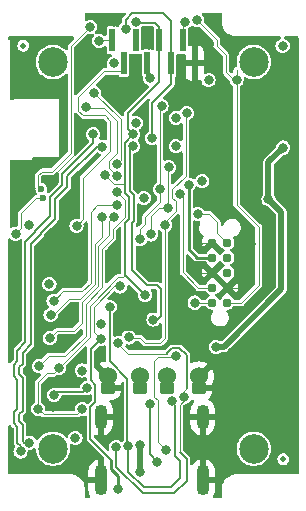
<source format=gbr>
%TF.GenerationSoftware,KiCad,Pcbnew,7.0.1-3b83917a11~172~ubuntu22.04.1*%
%TF.CreationDate,2023-07-05T11:02:11+02:00*%
%TF.ProjectId,phyphox-newton,70687970-686f-4782-9d6e-6577746f6e2e,rev?*%
%TF.SameCoordinates,Original*%
%TF.FileFunction,Copper,L4,Bot*%
%TF.FilePolarity,Positive*%
%FSLAX46Y46*%
G04 Gerber Fmt 4.6, Leading zero omitted, Abs format (unit mm)*
G04 Created by KiCad (PCBNEW 7.0.1-3b83917a11~172~ubuntu22.04.1) date 2023-07-05 11:02:11*
%MOMM*%
%LPD*%
G01*
G04 APERTURE LIST*
G04 Aperture macros list*
%AMFreePoly0*
4,1,21,-0.600000,0.250000,-0.580970,0.345671,-0.526777,0.426777,-0.445671,0.480970,-0.350000,0.500000,0.350000,0.500000,0.445671,0.480970,0.526777,0.426777,0.580970,0.345671,0.600000,0.250000,0.600000,-0.250000,0.580970,-0.345671,0.526777,-0.426777,0.445671,-0.480970,0.350000,-0.500000,-0.350000,-0.500000,-0.445671,-0.480970,-0.526777,-0.426777,-0.580970,-0.345671,-0.600000,-0.250000,
-0.600000,0.250000,-0.600000,0.250000,$1*%
G04 Aperture macros list end*
%TA.AperFunction,ComponentPad*%
%ADD10C,2.500000*%
%TD*%
%TA.AperFunction,ComponentPad*%
%ADD11O,1.100000X2.100000*%
%TD*%
%TA.AperFunction,ComponentPad*%
%ADD12O,1.100000X2.600000*%
%TD*%
%TA.AperFunction,ComponentPad*%
%ADD13C,1.524000*%
%TD*%
%TA.AperFunction,SMDPad,CuDef*%
%ADD14FreePoly0,0.000000*%
%TD*%
%TA.AperFunction,SMDPad,CuDef*%
%ADD15C,0.500000*%
%TD*%
%TA.AperFunction,SMDPad,CuDef*%
%ADD16FreePoly0,180.000000*%
%TD*%
%TA.AperFunction,SMDPad,CuDef*%
%ADD17R,0.500000X1.950000*%
%TD*%
%TA.AperFunction,ConnectorPad*%
%ADD18C,0.787400*%
%TD*%
%TA.AperFunction,ViaPad*%
%ADD19C,0.800000*%
%TD*%
%TA.AperFunction,ViaPad*%
%ADD20C,0.600000*%
%TD*%
%TA.AperFunction,Conductor*%
%ADD21C,0.125000*%
%TD*%
%TA.AperFunction,Conductor*%
%ADD22C,0.250000*%
%TD*%
%TA.AperFunction,Conductor*%
%ADD23C,0.200000*%
%TD*%
%TA.AperFunction,Conductor*%
%ADD24C,0.500000*%
%TD*%
G04 APERTURE END LIST*
D10*
%TO.P,H3,1*%
%TO.N,N/C*%
X121000000Y-137625000D03*
%TD*%
D11*
%TO.P,J2,S1,SHIELD*%
%TO.N,GND*%
X108055000Y-134945000D03*
D12*
X108055000Y-140305000D03*
D11*
X116695000Y-134945000D03*
D12*
X116695000Y-140305000D03*
%TD*%
D13*
%TO.P,C1,1*%
%TO.N,SC*%
X111375000Y-131500000D03*
D14*
X111375000Y-132500000D03*
D13*
%TO.P,C1,2*%
%TO.N,GND*%
X116375000Y-131500000D03*
D14*
X116375000Y-132500000D03*
%TD*%
D10*
%TO.P,H1,1*%
%TO.N,N/C*%
X104000000Y-104875000D03*
%TD*%
D15*
%TO.P,FID4,*%
%TO.N,*%
X101500000Y-103500000D03*
%TD*%
D16*
%TO.P,C13,1*%
%TO.N,SC*%
X113625000Y-132500000D03*
D13*
X113625000Y-131500000D03*
D16*
%TO.P,C13,2*%
%TO.N,GND*%
X108625000Y-132500000D03*
D13*
X108625000Y-131500000D03*
%TD*%
D17*
%TO.P,J3,1,Pin_1*%
%TO.N,GND*%
X116000000Y-104975000D03*
%TO.P,J3,2,Pin_2*%
%TO.N,VCC*%
X115000000Y-103025000D03*
%TO.P,J3,3,Pin_3*%
%TO.N,SDA*%
X114000000Y-104975000D03*
%TO.P,J3,4,Pin_4*%
%TO.N,SCL*%
X113000000Y-103025000D03*
%TO.P,J3,5,Pin_5*%
%TO.N,1Wire*%
X112000000Y-104975000D03*
%TO.P,J3,6,Pin_6*%
%TO.N,VL53_XSHUT*%
X111000000Y-103025000D03*
%TO.P,J3,7,Pin_7*%
%TO.N,VL53_DRY*%
X110000000Y-104975000D03*
%TO.P,J3,8,Pin_8*%
%TO.N,VEML_INT*%
X109000000Y-103025000D03*
%TD*%
D18*
%TO.P,J1,1,VTref*%
%TO.N,VCC*%
X117500000Y-125250000D03*
%TO.P,J1,2,SWDIO/TMS*%
%TO.N,SWDIO*%
X117500000Y-123980000D03*
%TO.P,J1,3,GND*%
%TO.N,GND*%
X117500000Y-122710000D03*
%TO.P,J1,4,SWDCLK/TCK*%
%TO.N,SWDCLK*%
X117500000Y-121440000D03*
%TO.P,J1,5,GND*%
%TO.N,GND*%
X117500000Y-120170000D03*
%TO.P,J1,6,SWO/TDO*%
%TO.N,SWO*%
X118770000Y-120170000D03*
%TO.P,J1,7,KEY*%
%TO.N,unconnected-(J1-KEY-Pad7)*%
X118770000Y-121440000D03*
%TO.P,J1,8,NC/TDI*%
%TO.N,unconnected-(J1-NC{slash}TDI-Pad8)*%
X118770000Y-122710000D03*
%TO.P,J1,9,GNDDetect*%
%TO.N,GND*%
X118770000Y-123980000D03*
%TO.P,J1,10,~{RESET}*%
%TO.N,RESET*%
X118770000Y-125250000D03*
%TD*%
D10*
%TO.P,H4,1*%
%TO.N,N/C*%
X104000000Y-137625000D03*
%TD*%
%TO.P,H2,1*%
%TO.N,N/C*%
X121000000Y-104875000D03*
%TD*%
D15*
%TO.P,FID5,*%
%TO.N,*%
X123500000Y-138500000D03*
%TD*%
D19*
%TO.N,VL53_DRY*%
X106000000Y-118750000D03*
%TO.N,SWDIO*%
X109400500Y-114500000D03*
X106816275Y-108728275D03*
X114775500Y-116081637D03*
%TO.N,SWDCLK*%
X115500000Y-115250000D03*
X109400500Y-113500000D03*
X107500000Y-107500000D03*
%TO.N,/USB_N*%
X102001354Y-137105651D03*
X108171232Y-112046087D03*
%TO.N,/USB_P*%
X112200000Y-133800000D03*
X107400000Y-111000000D03*
X101258890Y-137848115D03*
X112840000Y-138730000D03*
%TO.N,SWO*%
X116250000Y-117750000D03*
%TO.N,RESET*%
X107150000Y-101900000D03*
X116200000Y-101325000D03*
D20*
X103022553Y-115624779D03*
D19*
X117175000Y-106425000D03*
X119550000Y-106400000D03*
%TO.N,SC*%
X122250000Y-116500000D03*
X117800000Y-129000000D03*
X123500000Y-112125000D03*
%TO.N,SDA*%
X104100499Y-133052417D03*
X112396094Y-111315204D03*
X110150498Y-102077635D03*
X106891344Y-132476443D03*
X110800000Y-112000000D03*
X112511746Y-126684003D03*
%TO.N,SCL*%
X111800000Y-124600000D03*
X104500000Y-130800000D03*
X111025000Y-101450498D03*
X110800000Y-111000000D03*
X108367339Y-114403050D03*
X102750000Y-134250000D03*
X106480500Y-134258375D03*
%TO.N,VBUS*%
X111400000Y-139600000D03*
X109706886Y-123878901D03*
D20*
X103138498Y-116415828D03*
D19*
X109500000Y-141000000D03*
X111346278Y-137346278D03*
X108049264Y-128338000D03*
X100833641Y-119407960D03*
D20*
%TO.N,GND*%
X100690000Y-107720000D03*
D19*
X122697119Y-126597234D03*
X114400000Y-110800000D03*
D20*
X105990000Y-114720000D03*
X101090000Y-113620000D03*
D19*
X112150498Y-103400498D03*
X109174645Y-122500500D03*
D20*
X104890000Y-111220000D03*
D19*
X111980707Y-127530763D03*
D20*
X100690000Y-114120000D03*
X101090000Y-116620000D03*
D19*
X119120000Y-117540000D03*
D20*
X103490000Y-107720000D03*
D19*
X121000000Y-125250000D03*
X110275367Y-107622922D03*
X120750000Y-120250000D03*
X104257765Y-121189441D03*
D20*
X100690000Y-118520000D03*
X102790000Y-107720000D03*
D19*
X108400000Y-137000000D03*
X108150000Y-110300000D03*
D20*
X101090000Y-115620000D03*
D19*
X116750000Y-107900000D03*
X100750000Y-122000000D03*
D20*
X100690000Y-115120000D03*
X102090000Y-107720000D03*
D19*
X110950000Y-105025000D03*
X123650000Y-108175000D03*
X111400000Y-113000000D03*
X114250000Y-120660000D03*
D20*
X104890000Y-107720000D03*
D19*
X115600000Y-137200000D03*
X117475000Y-101300000D03*
D20*
X104890000Y-108420000D03*
D19*
X111675000Y-109000000D03*
D20*
X101390000Y-107720000D03*
X100690000Y-117820000D03*
X104890000Y-110520000D03*
D19*
X122500000Y-119250000D03*
D20*
X101090000Y-114620000D03*
D19*
X115750000Y-122500000D03*
X103838000Y-132088000D03*
D20*
X103290000Y-114720000D03*
D19*
X123500000Y-134750000D03*
X101911897Y-131088103D03*
X109150000Y-101450498D03*
X117449999Y-111699999D03*
X103995085Y-134046345D03*
D20*
X104890000Y-109820000D03*
X100690000Y-117120000D03*
D19*
X122500500Y-122500000D03*
X105500000Y-125750000D03*
X111500000Y-121000000D03*
D20*
X104190000Y-107720000D03*
D19*
X106175000Y-106775000D03*
X123500000Y-130500000D03*
X116250000Y-120250000D03*
D20*
X100690000Y-116120000D03*
X104890000Y-109120000D03*
D19*
X119182069Y-129471389D03*
X105364689Y-128539481D03*
X106900000Y-103225000D03*
X117200000Y-104850000D03*
X120500000Y-131500000D03*
X104887979Y-119000000D03*
%TO.N,LED_G*%
X108153202Y-118013000D03*
X103804296Y-126278253D03*
%TO.N,LED_B*%
X104050500Y-125100000D03*
X109400500Y-117027345D03*
%TO.N,LED_R*%
X103725500Y-128270000D03*
X109152553Y-117995604D03*
%TO.N,VEML_INT*%
X107925000Y-103075000D03*
%TO.N,BMP581_INT*%
X109400000Y-115900000D03*
X102802165Y-130633760D03*
%TO.N,BMI_INT_2*%
X113200000Y-108600000D03*
X111399500Y-119872463D03*
X113088000Y-115656185D03*
%TO.N,BMI_INT_1*%
X113750000Y-117250000D03*
X112315055Y-119471510D03*
X113800000Y-113800000D03*
%TO.N,VCC_DAM*%
X110349356Y-137418043D03*
X114102755Y-133585833D03*
X108800000Y-125600000D03*
%TO.N,1Wire_DAM*%
X115125000Y-133250000D03*
X109351508Y-137475500D03*
X109516652Y-128667655D03*
%TO.N,1Wire*%
X113500000Y-118687000D03*
X115324218Y-109219439D03*
X112200000Y-106250000D03*
X110400000Y-128200000D03*
%TO.N,CC2*%
X114400000Y-129800000D03*
X113559312Y-137720688D03*
%TO.N,VCC*%
X123450000Y-103500000D03*
X116000000Y-125250000D03*
X101996296Y-118696431D03*
X115201446Y-101449998D03*
X111697367Y-116397247D03*
X109150498Y-105000000D03*
X114400000Y-109600000D03*
X106455500Y-131000000D03*
X105900000Y-136700000D03*
X103700000Y-123700000D03*
X114400000Y-112000000D03*
X111023497Y-110025806D03*
X116650000Y-114970000D03*
X108100500Y-127093750D03*
%TD*%
D21*
%TO.N,VL53_DRY*%
X106153775Y-109002692D02*
X106153775Y-107846225D01*
X106552500Y-114697500D02*
X108833732Y-112416268D01*
X109725000Y-105675000D02*
X110000000Y-105400000D01*
X108833732Y-109858732D02*
X108375000Y-109400000D01*
X106000000Y-118750000D02*
X106552500Y-118197500D01*
X108375000Y-109400000D02*
X106551083Y-109400000D01*
X106551083Y-109400000D02*
X106153775Y-109002692D01*
X108833732Y-112416268D02*
X108833732Y-109858732D01*
X108325000Y-105675000D02*
X109725000Y-105675000D01*
X106153775Y-107846225D02*
X108325000Y-105675000D01*
X106552500Y-118197500D02*
X106552500Y-114697500D01*
X110000000Y-105400000D02*
X110000000Y-104975000D01*
%TO.N,SWDIO*%
X109400500Y-114500000D02*
X108738000Y-113837500D01*
X109412500Y-109872120D02*
X108290380Y-108750000D01*
X116293083Y-123980000D02*
X115000000Y-122686917D01*
X109412500Y-112551083D02*
X109412500Y-109872120D01*
X106838000Y-108750000D02*
X106816275Y-108728275D01*
X115000000Y-122686917D02*
X115000000Y-116306137D01*
X115000000Y-116306137D02*
X114775500Y-116081637D01*
X108738000Y-113225583D02*
X109412500Y-112551083D01*
X108290380Y-108750000D02*
X106838000Y-108750000D01*
X108738000Y-113837500D02*
X108738000Y-113225583D01*
X117500000Y-123980000D02*
X116293083Y-123980000D01*
D22*
%TO.N,SWDCLK*%
X117500000Y-121440000D02*
X116190000Y-121440000D01*
D21*
X109737500Y-113163000D02*
X109737500Y-109737500D01*
D22*
X115500000Y-120750000D02*
X115500000Y-115250000D01*
X116190000Y-121440000D02*
X115500000Y-120750000D01*
D21*
X109400500Y-113500000D02*
X109737500Y-113163000D01*
X109737500Y-109737500D02*
X107500000Y-107500000D01*
D23*
%TO.N,/USB_N*%
X102949981Y-119476338D02*
X102949981Y-119368219D01*
X101425000Y-136953562D02*
X101577089Y-137105651D01*
X101425000Y-130409551D02*
X101425000Y-129493200D01*
X102125000Y-128793200D02*
X102125000Y-120301320D01*
X101124501Y-134710050D02*
X101425000Y-134409551D01*
X101124501Y-135289950D02*
X101124501Y-134710050D01*
X104188479Y-116506435D02*
X105225000Y-115469914D01*
X102949981Y-119368219D02*
X104188479Y-118129721D01*
X102125000Y-120301320D02*
X102949981Y-119476338D01*
X105225000Y-114568054D02*
X107746967Y-112046087D01*
X101577089Y-137105651D02*
X102001354Y-137105651D01*
X107746967Y-112046087D02*
X108171232Y-112046087D01*
X101425000Y-129493200D02*
X102125000Y-128793200D01*
X104188479Y-118129721D02*
X104188479Y-116506435D01*
X105225000Y-115469914D02*
X105225000Y-114568054D01*
X101425000Y-135590449D02*
X101124501Y-135289950D01*
X101425000Y-134409551D02*
X101425000Y-131590449D01*
X101124501Y-130710050D02*
X101425000Y-130409551D01*
X101124501Y-131289950D02*
X101124501Y-130710050D01*
X101425000Y-131590449D02*
X101124501Y-131289950D01*
X101425000Y-135590449D02*
X101425000Y-136953562D01*
%TO.N,/USB_P*%
X100975000Y-135776819D02*
X100975000Y-137139960D01*
X104775000Y-115283514D02*
X104775000Y-114381656D01*
X100674520Y-131476338D02*
X100674520Y-130523661D01*
X102500000Y-119181800D02*
X103738498Y-117943302D01*
X100674520Y-135476338D02*
X100674520Y-134523661D01*
X103738498Y-116320016D02*
X104775000Y-115283514D01*
X100674520Y-134523661D02*
X100975000Y-134223181D01*
X112200000Y-138090000D02*
X112840000Y-138730000D01*
X103738498Y-117943302D02*
X103738498Y-116320016D01*
X100975000Y-137139960D02*
X101258890Y-137423850D01*
X100975000Y-129306800D02*
X101675000Y-128606800D01*
X100975000Y-131776819D02*
X100674520Y-131476338D01*
X107428768Y-111727888D02*
X107428768Y-111303623D01*
X104775000Y-114381656D02*
X107428768Y-111727888D01*
X101675000Y-128606800D02*
X101675000Y-120114950D01*
X100975000Y-130223181D02*
X100975000Y-129306800D01*
X100674520Y-130523661D02*
X100975000Y-130223181D01*
X102500000Y-119289950D02*
X102500000Y-119181800D01*
X101675000Y-120114950D02*
X102500000Y-119289950D01*
X100975000Y-134223181D02*
X100975000Y-131776819D01*
X112200000Y-133800000D02*
X112200000Y-138090000D01*
X101258890Y-137423850D02*
X101258890Y-137848115D01*
X100975000Y-135776819D02*
X100674520Y-135476338D01*
D21*
%TO.N,SWO*%
X117250000Y-117750000D02*
X116250000Y-117750000D01*
X117926800Y-119326800D02*
X117926800Y-118426800D01*
X117926800Y-118426800D02*
X117250000Y-117750000D01*
X118770000Y-120170000D02*
X117926800Y-119326800D01*
%TO.N,RESET*%
X105500000Y-107750000D02*
X105512500Y-107737500D01*
X121412500Y-118812500D02*
X119550000Y-116950000D01*
X119550000Y-105563999D02*
X119550000Y-106400000D01*
X119950000Y-125250000D02*
X121412500Y-123787500D01*
X118770000Y-125250000D02*
X119950000Y-125250000D01*
X119325000Y-106400000D02*
X118650000Y-105725000D01*
X103022553Y-115624779D02*
X102727500Y-115329726D01*
X102727500Y-115329726D02*
X102727500Y-114487004D01*
X119550000Y-106400000D02*
X119550000Y-116950000D01*
X118650000Y-104275000D02*
X117862500Y-103487500D01*
X121412500Y-123787500D02*
X121412500Y-118812500D01*
X105512500Y-107737500D02*
X105512500Y-103537500D01*
X105500000Y-112600000D02*
X105500000Y-107750000D01*
X102727500Y-114487004D02*
X103057004Y-114157500D01*
X117862500Y-103487500D02*
X117862500Y-102987500D01*
X103057004Y-114157500D02*
X103942500Y-114157500D01*
X105512500Y-103537500D02*
X107150000Y-101900000D01*
X118650000Y-105725000D02*
X118650000Y-104275000D01*
X117862500Y-102987500D02*
X116200000Y-101325000D01*
X119550000Y-106400000D02*
X119325000Y-106400000D01*
X103942500Y-114157500D02*
X105500000Y-112600000D01*
D24*
%TO.N,SC*%
X123350000Y-124102082D02*
X118452082Y-129000000D01*
X122250000Y-113375000D02*
X123500000Y-112125000D01*
X122250000Y-116500000D02*
X122250000Y-113375000D01*
X123350000Y-117600000D02*
X123350000Y-124102082D01*
X117800000Y-129000000D02*
X118452082Y-129000000D01*
X122250000Y-116500000D02*
X123350000Y-117600000D01*
D23*
%TO.N,SDA*%
X114000000Y-104975000D02*
X114000000Y-106750000D01*
X112780025Y-123780025D02*
X113137500Y-124137500D01*
X110825500Y-116159814D02*
X110825500Y-118374500D01*
X113137500Y-126362500D02*
X112815997Y-126684003D01*
X113350498Y-100750498D02*
X114000000Y-101400000D01*
X106579787Y-132788000D02*
X104364916Y-132788000D01*
X110500000Y-112300000D02*
X110500000Y-115834314D01*
X111969975Y-123780025D02*
X112780025Y-123780025D01*
X104364916Y-132788000D02*
X104100499Y-133052417D01*
X110700000Y-122510050D02*
X111969975Y-123780025D01*
X114000000Y-101400000D02*
X114000000Y-104975000D01*
X110800000Y-112000000D02*
X110500000Y-112300000D01*
X110735050Y-100750498D02*
X113350498Y-100750498D01*
X114000000Y-106750000D02*
X112396094Y-108353906D01*
X113137500Y-124137500D02*
X113137500Y-126362500D01*
X110500000Y-115834314D02*
X110825500Y-116159814D01*
X110150498Y-102077635D02*
X110150498Y-101335050D01*
X110700000Y-122510050D02*
X110700000Y-118500000D01*
X106891344Y-132476443D02*
X106579787Y-132788000D01*
X110150498Y-101335050D02*
X110735050Y-100750498D01*
X110700000Y-118500000D02*
X110825500Y-118374500D01*
X112396094Y-108353906D02*
X112396094Y-111315204D01*
X112815997Y-126684003D02*
X112511746Y-126684003D01*
%TO.N,SCL*%
X110100000Y-115200000D02*
X110100000Y-111700000D01*
X110100000Y-118500000D02*
X110425500Y-118174500D01*
X111124502Y-101550000D02*
X111025000Y-101450498D01*
D21*
X103500000Y-131250000D02*
X102750000Y-132000000D01*
D23*
X110100000Y-111700000D02*
X110800000Y-111000000D01*
D21*
X106480500Y-134258375D02*
X106030030Y-134708845D01*
D23*
X110323497Y-110523497D02*
X110800000Y-111000000D01*
D21*
X102750000Y-134250000D02*
X102750000Y-132000000D01*
D23*
X110425500Y-116325500D02*
X110100000Y-116000000D01*
D21*
X103208845Y-134708845D02*
X102750000Y-134250000D01*
D23*
X113000000Y-106550000D02*
X110323497Y-109226503D01*
D21*
X108367339Y-114403050D02*
X109164289Y-115200000D01*
X106030030Y-134708845D02*
X103208845Y-134708845D01*
X107100000Y-128200000D02*
X107100000Y-125503463D01*
D23*
X111800000Y-124600000D02*
X110100000Y-122900000D01*
X113000000Y-101925000D02*
X112625000Y-101550000D01*
D21*
X103500000Y-131250000D02*
X104050000Y-131250000D01*
D23*
X110425500Y-118174500D02*
X110425500Y-116325500D01*
X110100000Y-122900000D02*
X110100000Y-118500000D01*
D21*
X104050000Y-131250000D02*
X104500000Y-130800000D01*
X109164289Y-115200000D02*
X110100000Y-115200000D01*
X109891914Y-123108086D02*
X110100000Y-122900000D01*
X107100000Y-125503463D02*
X109495377Y-123108086D01*
X109495377Y-123108086D02*
X109891914Y-123108086D01*
D23*
X110100000Y-116000000D02*
X110100000Y-115200000D01*
X113000000Y-103025000D02*
X113000000Y-106550000D01*
D21*
X104500000Y-130800000D02*
X107100000Y-128200000D01*
D23*
X112625000Y-101550000D02*
X111124502Y-101550000D01*
X110323497Y-109226503D02*
X110323497Y-110523497D01*
X113000000Y-103025000D02*
X113000000Y-101925000D01*
%TO.N,VBUS*%
X107598959Y-132194108D02*
X107598959Y-133698959D01*
X107180000Y-134117918D02*
X107180000Y-136805305D01*
D21*
X109292497Y-123770586D02*
X107438000Y-125625083D01*
X107438000Y-127726736D02*
X108049264Y-128338000D01*
D22*
X108926508Y-139327549D02*
X108926508Y-138551813D01*
D21*
X100833641Y-119407960D02*
X101300000Y-118941601D01*
X109706886Y-123878901D02*
X109400812Y-123878901D01*
D23*
X107180000Y-134117918D02*
X107598959Y-133698959D01*
D21*
X107438000Y-125625083D02*
X107438000Y-127726736D01*
D23*
X107193632Y-131788781D02*
X107598959Y-132194108D01*
D22*
X109500000Y-141000000D02*
X109500000Y-139901040D01*
D21*
X102584172Y-116415828D02*
X103138498Y-116415828D01*
D23*
X107193632Y-129193632D02*
X107193632Y-131788781D01*
D24*
X111346278Y-137346278D02*
X111346278Y-139546278D01*
D23*
X107180000Y-136805305D02*
X108926508Y-138551813D01*
D21*
X109400812Y-123878901D02*
X109292497Y-123770586D01*
X101300000Y-118941601D02*
X101300000Y-117700000D01*
D23*
X111346278Y-139546278D02*
X111400000Y-139600000D01*
D21*
X101300000Y-117700000D02*
X102584172Y-116415828D01*
D23*
X107193632Y-129193632D02*
X108049264Y-128338000D01*
D22*
X109500000Y-139901040D02*
X108926508Y-139327549D01*
D21*
%TO.N,GND*%
X103290000Y-114720000D02*
X103839619Y-114720000D01*
X115960000Y-122710000D02*
X115750000Y-122500000D01*
X103839619Y-114720000D02*
X106400000Y-112159619D01*
X106400000Y-112159619D02*
X106400000Y-110400000D01*
X118770000Y-123980000D02*
X120270000Y-123980000D01*
X117500000Y-120170000D02*
X116330000Y-120170000D01*
X120270000Y-123980000D02*
X120750000Y-123500000D01*
X107950000Y-110100000D02*
X108150000Y-110300000D01*
X117075000Y-104975000D02*
X116000000Y-104975000D01*
X117500000Y-122710000D02*
X115960000Y-122710000D01*
X120750000Y-123500000D02*
X120750000Y-120250000D01*
X106400000Y-110400000D02*
X106700000Y-110100000D01*
X117200000Y-104850000D02*
X117075000Y-104975000D01*
X116330000Y-120170000D02*
X116250000Y-120250000D01*
X106700000Y-110100000D02*
X107950000Y-110100000D01*
%TO.N,LED_G*%
X105400780Y-124912303D02*
X106312302Y-124912303D01*
X106312302Y-124912303D02*
X107525000Y-123699605D01*
X108153202Y-119662178D02*
X108153202Y-118013000D01*
X107525000Y-120290381D02*
X108153202Y-119662178D01*
X103804296Y-126278253D02*
X104034830Y-126278253D01*
X107525000Y-123699605D02*
X107525000Y-120290381D01*
X104034830Y-126278253D02*
X105400780Y-124912303D01*
%TO.N,LED_B*%
X104050500Y-125100000D02*
X104850500Y-124300000D01*
X104850500Y-124300000D02*
X106464985Y-124300000D01*
X107200000Y-123564985D02*
X107200000Y-117600000D01*
X107200000Y-117600000D02*
X107772655Y-117027345D01*
X107772655Y-117027345D02*
X109400500Y-117027345D01*
X106464985Y-124300000D02*
X107200000Y-123564985D01*
%TO.N,LED_R*%
X107850000Y-120425000D02*
X108775000Y-119500000D01*
X105774417Y-127662500D02*
X106450000Y-126986917D01*
X106450000Y-125234225D02*
X107850000Y-123834223D01*
X104333000Y-127662500D02*
X105774417Y-127662500D01*
X108775000Y-119500000D02*
X108775000Y-118373157D01*
X108775000Y-118373157D02*
X109152553Y-117995604D01*
X106450000Y-126986917D02*
X106450000Y-125234225D01*
X103725500Y-128270000D02*
X104333000Y-127662500D01*
X107850000Y-123834223D02*
X107850000Y-120425000D01*
%TO.N,VEML_INT*%
X109000000Y-103025000D02*
X107975000Y-103025000D01*
X107975000Y-103025000D02*
X107925000Y-103075000D01*
%TO.N,BMP581_INT*%
X108175000Y-123968843D02*
X106775000Y-125368844D01*
X110063000Y-118022074D02*
X109100000Y-118985074D01*
X106775000Y-125368844D02*
X106775000Y-128065380D01*
X109100000Y-118985074D02*
X109100000Y-119777297D01*
X108175000Y-120702297D02*
X108175000Y-123968843D01*
X109400000Y-115900000D02*
X110063000Y-116563000D01*
X105040380Y-129800000D02*
X103635925Y-129800000D01*
X106775000Y-128065380D02*
X105040380Y-129800000D01*
X110063000Y-116563000D02*
X110063000Y-118022074D01*
X103635925Y-129800000D02*
X102802165Y-130633760D01*
X109100000Y-119777297D02*
X108175000Y-120702297D01*
%TO.N,BMI_INT_2*%
X111399500Y-119000500D02*
X111800000Y-118600000D01*
X113088000Y-108712000D02*
X113200000Y-108600000D01*
X113088000Y-115656185D02*
X113088000Y-108712000D01*
X113100000Y-116700000D02*
X113100000Y-115668185D01*
X111800000Y-117990380D02*
X113090380Y-116700000D01*
X111399500Y-119872463D02*
X111399500Y-119000500D01*
X113090380Y-116700000D02*
X113100000Y-116700000D01*
X111800000Y-118600000D02*
X111800000Y-117990380D01*
X113100000Y-115668185D02*
X113088000Y-115656185D01*
%TO.N,BMI_INT_1*%
X113800000Y-113800000D02*
X113750000Y-113850000D01*
X112315055Y-117934945D02*
X113000000Y-117250000D01*
X113000000Y-117250000D02*
X113750000Y-117250000D01*
X113750000Y-113850000D02*
X113750000Y-117250000D01*
X112315055Y-119471510D02*
X112315055Y-117934945D01*
D23*
%TO.N,VCC_DAM*%
X114340000Y-133940000D02*
X114340000Y-138210000D01*
D21*
X114102755Y-133585833D02*
X114102755Y-133702755D01*
D23*
X110349356Y-139549356D02*
X110349356Y-137418043D01*
X110313000Y-137381687D02*
X110349356Y-137418043D01*
X114340000Y-138210000D02*
X114770000Y-138640000D01*
X114770000Y-140110000D02*
X114000000Y-140880000D01*
D21*
X114102755Y-133702755D02*
X114340000Y-133940000D01*
D23*
X110349356Y-139549356D02*
X111680000Y-140880000D01*
X110313000Y-131686105D02*
X110313000Y-137381687D01*
X114770000Y-138640000D02*
X114770000Y-140110000D01*
X114000000Y-140880000D02*
X111680000Y-140880000D01*
X108800000Y-125600000D02*
X108800000Y-130173105D01*
X108800000Y-130173105D02*
X110313000Y-131686105D01*
%TO.N,1Wire_DAM*%
X114100000Y-129100000D02*
X114713000Y-129100000D01*
D21*
X115125000Y-133250000D02*
X115125000Y-132707141D01*
D23*
X114713000Y-129100000D02*
X115313000Y-129700000D01*
D21*
X113637000Y-129563000D02*
X110349490Y-129563000D01*
X115125000Y-133250000D02*
X115125000Y-133500505D01*
D23*
X115313000Y-132519141D02*
X115313000Y-129700000D01*
X114270000Y-141400000D02*
X115310000Y-140360000D01*
X109351508Y-137475500D02*
X109351508Y-139151508D01*
D21*
X110349490Y-129563000D02*
X109516652Y-128730162D01*
X109516652Y-128730162D02*
X109516652Y-128667655D01*
D23*
X113700000Y-129500000D02*
X114100000Y-129100000D01*
X109351508Y-139151508D02*
X111600000Y-141400000D01*
X115310000Y-138450000D02*
X114748211Y-137888211D01*
X111600000Y-141400000D02*
X114270000Y-141400000D01*
D21*
X115125000Y-132707141D02*
X115313000Y-132519141D01*
X113700000Y-129500000D02*
X113637000Y-129563000D01*
D23*
X115310000Y-140360000D02*
X115310000Y-138450000D01*
D21*
X115125000Y-133500505D02*
X114748211Y-133877294D01*
X114748211Y-133877294D02*
X114748211Y-137888211D01*
%TO.N,1Wire*%
X110438000Y-128238000D02*
X111387370Y-128238000D01*
D23*
X112000000Y-106050000D02*
X112200000Y-106250000D01*
D21*
X115250000Y-114500000D02*
X114113000Y-115637000D01*
X113099370Y-128650630D02*
X113500000Y-128250000D01*
X115250000Y-109145221D02*
X115250000Y-114500000D01*
X113500000Y-118687000D02*
X113500000Y-128250000D01*
X115324218Y-109219439D02*
X115250000Y-109145221D01*
X113500000Y-118687000D02*
X113500000Y-118436917D01*
X111387370Y-128238000D02*
X111800000Y-128650630D01*
D23*
X112000000Y-104975000D02*
X112000000Y-106050000D01*
D21*
X110400000Y-128200000D02*
X110438000Y-128238000D01*
X114412500Y-116655554D02*
X114412500Y-117524417D01*
X113500000Y-118436917D02*
X114412500Y-117524417D01*
X114113000Y-116356054D02*
X114412500Y-116655554D01*
X111800000Y-128650630D02*
X113099370Y-128650630D01*
X114113000Y-115637000D02*
X114113000Y-116356054D01*
%TO.N,CC2*%
X112575000Y-133250000D02*
X112575000Y-130225000D01*
X112575000Y-130225000D02*
X112912000Y-129888000D01*
X112862500Y-137023876D02*
X112862500Y-133525583D01*
X113762501Y-129862499D02*
X114337501Y-129862499D01*
D23*
X113285003Y-137720688D02*
X113559312Y-137720688D01*
D21*
X112912000Y-129888000D02*
X113737000Y-129888000D01*
X112862500Y-133525583D02*
X112580958Y-133244041D01*
X114337501Y-129862499D02*
X114400000Y-129800000D01*
X113559312Y-137720688D02*
X112862500Y-137023876D01*
X113737000Y-129888000D02*
X113762501Y-129862499D01*
%TO.N,VCC*%
X117500000Y-125250000D02*
X116000000Y-125250000D01*
X115000000Y-103025000D02*
X115000000Y-101651444D01*
X115000000Y-101651444D02*
X115201446Y-101449998D01*
%TD*%
%TA.AperFunction,Conductor*%
%TO.N,GND*%
G36*
X118237500Y-100717113D02*
G01*
X118282887Y-100762500D01*
X118299500Y-100824500D01*
X118299500Y-101594484D01*
X118329058Y-101781113D01*
X118373208Y-101916990D01*
X118387453Y-101960832D01*
X118473240Y-102129199D01*
X118506880Y-102175500D01*
X118584309Y-102282073D01*
X118717926Y-102415690D01*
X118789726Y-102467855D01*
X118870801Y-102526760D01*
X119039168Y-102612547D01*
X119218882Y-102670940D01*
X119218883Y-102670940D01*
X119218886Y-102670941D01*
X119405516Y-102700500D01*
X119405519Y-102700500D01*
X119477410Y-102700500D01*
X119500000Y-102700500D01*
X119539882Y-102700500D01*
X123187591Y-102700500D01*
X123252381Y-102718773D01*
X123298076Y-102768205D01*
X123311209Y-102834229D01*
X123287909Y-102897386D01*
X123235043Y-102939061D01*
X123147159Y-102975463D01*
X123021717Y-103071717D01*
X122925463Y-103197159D01*
X122864956Y-103343237D01*
X122844317Y-103500000D01*
X122864956Y-103656762D01*
X122925463Y-103802840D01*
X123021717Y-103928282D01*
X123140919Y-104019748D01*
X123147159Y-104024536D01*
X123293238Y-104085044D01*
X123450000Y-104105682D01*
X123606762Y-104085044D01*
X123752841Y-104024536D01*
X123878282Y-103928282D01*
X123974536Y-103802841D01*
X124035044Y-103656762D01*
X124055682Y-103500000D01*
X124035044Y-103343238D01*
X123974536Y-103197159D01*
X123936662Y-103147800D01*
X123878282Y-103071717D01*
X123752840Y-102975463D01*
X123664957Y-102939061D01*
X123612091Y-102897386D01*
X123588791Y-102834229D01*
X123601924Y-102768205D01*
X123647619Y-102718773D01*
X123712409Y-102700500D01*
X124675500Y-102700500D01*
X124737500Y-102717113D01*
X124782887Y-102762500D01*
X124799500Y-102824500D01*
X124799500Y-139675500D01*
X124782887Y-139737500D01*
X124737500Y-139782887D01*
X124675500Y-139799500D01*
X119405516Y-139799500D01*
X119218886Y-139829058D01*
X119039167Y-139887453D01*
X119008969Y-139902840D01*
X118870801Y-139973240D01*
X118870798Y-139973241D01*
X118870798Y-139973242D01*
X118717926Y-140084309D01*
X118584309Y-140217926D01*
X118496240Y-140339144D01*
X118473240Y-140370801D01*
X118450122Y-140416173D01*
X118387453Y-140539167D01*
X118329058Y-140718886D01*
X118299500Y-140905516D01*
X118299500Y-141675500D01*
X118282887Y-141737500D01*
X118237500Y-141782887D01*
X118175500Y-141799500D01*
X117694521Y-141799500D01*
X117633402Y-141783391D01*
X117588163Y-141739249D01*
X117570558Y-141678543D01*
X117585163Y-141617047D01*
X117669766Y-141458764D01*
X117729808Y-141260834D01*
X117745000Y-141106588D01*
X117745000Y-140555000D01*
X116569000Y-140555000D01*
X116507000Y-140538387D01*
X116461613Y-140493000D01*
X116445000Y-140431000D01*
X116445000Y-138533590D01*
X116945000Y-138533590D01*
X116945000Y-140055000D01*
X117745000Y-140055000D01*
X117745000Y-139503412D01*
X117729808Y-139349165D01*
X117669766Y-139151235D01*
X117572268Y-138968828D01*
X117441054Y-138808945D01*
X117281171Y-138677731D01*
X117098764Y-138580233D01*
X116945000Y-138533590D01*
X116445000Y-138533590D01*
X116291235Y-138580233D01*
X116108828Y-138677731D01*
X115948945Y-138808945D01*
X115830353Y-138953450D01*
X115781953Y-138989346D01*
X115722346Y-138998188D01*
X115665609Y-138977887D01*
X115625142Y-138933238D01*
X115610500Y-138874785D01*
X115610500Y-138519244D01*
X115613243Y-138502423D01*
X115612772Y-138492237D01*
X115612773Y-138492236D01*
X115610631Y-138445920D01*
X115610500Y-138440196D01*
X115610500Y-138421178D01*
X115608817Y-138406680D01*
X115608531Y-138400486D01*
X115607585Y-138380009D01*
X115604786Y-138373671D01*
X115596332Y-138346367D01*
X115595061Y-138339568D01*
X115595061Y-138339567D01*
X115580997Y-138316853D01*
X115572994Y-138301669D01*
X115569246Y-138293180D01*
X115562206Y-138277235D01*
X115557310Y-138272339D01*
X115539563Y-138249933D01*
X115535919Y-138244048D01*
X115514602Y-138227950D01*
X115501648Y-138216677D01*
X115047530Y-137762559D01*
X115020650Y-137722331D01*
X115011211Y-137674878D01*
X115011211Y-137625000D01*
X119544528Y-137625000D01*
X119564379Y-137864558D01*
X119564379Y-137864561D01*
X119564380Y-137864563D01*
X119623390Y-138097591D01*
X119719951Y-138317728D01*
X119851429Y-138518969D01*
X120014236Y-138695825D01*
X120014239Y-138695827D01*
X120203927Y-138843468D01*
X120203929Y-138843469D01*
X120203933Y-138843472D01*
X120415344Y-138957882D01*
X120642703Y-139035934D01*
X120879808Y-139075500D01*
X121120191Y-139075500D01*
X121120192Y-139075500D01*
X121357297Y-139035934D01*
X121584656Y-138957882D01*
X121796067Y-138843472D01*
X121985764Y-138695825D01*
X122148571Y-138518969D01*
X122160964Y-138500000D01*
X122994353Y-138500000D01*
X123014834Y-138642457D01*
X123074623Y-138773374D01*
X123162496Y-138874785D01*
X123168872Y-138882143D01*
X123289947Y-138959953D01*
X123428039Y-139000500D01*
X123571961Y-139000500D01*
X123710053Y-138959953D01*
X123831128Y-138882143D01*
X123925377Y-138773373D01*
X123985165Y-138642457D01*
X124005647Y-138500000D01*
X123985165Y-138357543D01*
X123978587Y-138343140D01*
X123925376Y-138226625D01*
X123831129Y-138117858D01*
X123831128Y-138117857D01*
X123710053Y-138040047D01*
X123571961Y-137999500D01*
X123428039Y-137999500D01*
X123289947Y-138040047D01*
X123168870Y-138117858D01*
X123074623Y-138226625D01*
X123014834Y-138357542D01*
X122994353Y-138500000D01*
X122160964Y-138500000D01*
X122280049Y-138317728D01*
X122376610Y-138097591D01*
X122435620Y-137864563D01*
X122455471Y-137625000D01*
X122435620Y-137385437D01*
X122376610Y-137152409D01*
X122280049Y-136932272D01*
X122148571Y-136731031D01*
X121985764Y-136554175D01*
X121939068Y-136517830D01*
X121796072Y-136406531D01*
X121796068Y-136406528D01*
X121796067Y-136406528D01*
X121584656Y-136292118D01*
X121584655Y-136292117D01*
X121584652Y-136292116D01*
X121357299Y-136214066D01*
X121199226Y-136187688D01*
X121120192Y-136174500D01*
X120879808Y-136174500D01*
X120820531Y-136184391D01*
X120642700Y-136214066D01*
X120415347Y-136292116D01*
X120203927Y-136406531D01*
X120014239Y-136554172D01*
X120014236Y-136554174D01*
X120014236Y-136554175D01*
X119851429Y-136731031D01*
X119719951Y-136932272D01*
X119623390Y-137152409D01*
X119574389Y-137345912D01*
X119564379Y-137385441D01*
X119544528Y-137625000D01*
X115011211Y-137625000D01*
X115011211Y-135195000D01*
X115645000Y-135195000D01*
X115645000Y-135496588D01*
X115660191Y-135650834D01*
X115720233Y-135848764D01*
X115817731Y-136031171D01*
X115948945Y-136191054D01*
X116108828Y-136322268D01*
X116291235Y-136419766D01*
X116445000Y-136466410D01*
X116445000Y-135195000D01*
X116945000Y-135195000D01*
X116945000Y-136466410D01*
X117098764Y-136419766D01*
X117281171Y-136322268D01*
X117441054Y-136191054D01*
X117572268Y-136031171D01*
X117669766Y-135848764D01*
X117729808Y-135650834D01*
X117745000Y-135496588D01*
X117745000Y-135195000D01*
X116945000Y-135195000D01*
X116445000Y-135195000D01*
X115645000Y-135195000D01*
X115011211Y-135195000D01*
X115011211Y-134037595D01*
X115020650Y-133990143D01*
X115047528Y-133949915D01*
X115091719Y-133905723D01*
X115114541Y-133882900D01*
X115147376Y-133859372D01*
X115186030Y-133847646D01*
X115281762Y-133835044D01*
X115427841Y-133774536D01*
X115553282Y-133678282D01*
X115649536Y-133552841D01*
X115655367Y-133538762D01*
X115692079Y-133489697D01*
X115747805Y-133464203D01*
X115808933Y-133468507D01*
X115885195Y-133493778D01*
X115884934Y-133494564D01*
X115933351Y-133513414D01*
X115973864Y-133565565D01*
X115981861Y-133631118D01*
X115955072Y-133691479D01*
X115817731Y-133858828D01*
X115720233Y-134041235D01*
X115660191Y-134239165D01*
X115645000Y-134393412D01*
X115645000Y-134695000D01*
X117745000Y-134695000D01*
X117745000Y-134393412D01*
X117729808Y-134239165D01*
X117669766Y-134041235D01*
X117572268Y-133858828D01*
X117441054Y-133698945D01*
X117281171Y-133567731D01*
X117224492Y-133537436D01*
X117181565Y-133499478D01*
X117160287Y-133446273D01*
X117165204Y-133389181D01*
X117195264Y-133340396D01*
X117317318Y-133218342D01*
X117409357Y-133069122D01*
X117464506Y-132902696D01*
X117475000Y-132799979D01*
X117475000Y-132750000D01*
X116249000Y-132750000D01*
X116187000Y-132733387D01*
X116141613Y-132688000D01*
X116125000Y-132626000D01*
X116125000Y-132374000D01*
X116141613Y-132312000D01*
X116187000Y-132266613D01*
X116249000Y-132250000D01*
X117474999Y-132250000D01*
X117474999Y-132200028D01*
X117472370Y-132174301D01*
X117483346Y-132109290D01*
X117565421Y-131933278D01*
X117622575Y-131719978D01*
X117641821Y-131500000D01*
X117622575Y-131280021D01*
X117565421Y-131066720D01*
X117472098Y-130866589D01*
X117426740Y-130801811D01*
X116462680Y-131765871D01*
X116407093Y-131797965D01*
X116342905Y-131797965D01*
X116287318Y-131765871D01*
X116109127Y-131587680D01*
X116077033Y-131532093D01*
X116077033Y-131467905D01*
X116109127Y-131412318D01*
X117073187Y-130448258D01*
X117008406Y-130402898D01*
X116808281Y-130309579D01*
X116594978Y-130252424D01*
X116375000Y-130233178D01*
X116155021Y-130252424D01*
X115941719Y-130309578D01*
X115789905Y-130380371D01*
X115729390Y-130391724D01*
X115670875Y-130372570D01*
X115628786Y-130327632D01*
X115613500Y-130267989D01*
X115613500Y-129769243D01*
X115616243Y-129752422D01*
X115615772Y-129742236D01*
X115615773Y-129742235D01*
X115613631Y-129695919D01*
X115613500Y-129690195D01*
X115613500Y-129671178D01*
X115611817Y-129656680D01*
X115610585Y-129630008D01*
X115607786Y-129623670D01*
X115599332Y-129596367D01*
X115598061Y-129589567D01*
X115584002Y-129566860D01*
X115575995Y-129551670D01*
X115565206Y-129527235D01*
X115560310Y-129522339D01*
X115542563Y-129499933D01*
X115538919Y-129494048D01*
X115517602Y-129477950D01*
X115504648Y-129466677D01*
X115037970Y-128999999D01*
X117194317Y-128999999D01*
X117214956Y-129156762D01*
X117275463Y-129302840D01*
X117371717Y-129428282D01*
X117466070Y-129500681D01*
X117497159Y-129524536D01*
X117643238Y-129585044D01*
X117800000Y-129605682D01*
X117956762Y-129585044D01*
X118102841Y-129524536D01*
X118165935Y-129476122D01*
X118201560Y-129457081D01*
X118241419Y-129450500D01*
X118419820Y-129450500D01*
X118433704Y-129451280D01*
X118469115Y-129455270D01*
X118469115Y-129455269D01*
X118469117Y-129455270D01*
X118525310Y-129444636D01*
X118529808Y-129443872D01*
X118586369Y-129435348D01*
X118586370Y-129435347D01*
X118592350Y-129434446D01*
X118597210Y-129432846D01*
X118602549Y-129430023D01*
X118602554Y-129430023D01*
X118653127Y-129403292D01*
X118657218Y-129401227D01*
X118708724Y-129376425D01*
X118708726Y-129376422D01*
X118714160Y-129373806D01*
X118718353Y-129370831D01*
X118722615Y-129366568D01*
X118722620Y-129366566D01*
X118763084Y-129326100D01*
X118766342Y-129322962D01*
X118808276Y-129284055D01*
X118808277Y-129284053D01*
X118812695Y-129279954D01*
X118824115Y-129265069D01*
X123645744Y-124443439D01*
X123656093Y-124434191D01*
X123683970Y-124411961D01*
X123716191Y-124364700D01*
X123718859Y-124360941D01*
X123752793Y-124314964D01*
X123752794Y-124314959D01*
X123756381Y-124310100D01*
X123758692Y-124305523D01*
X123760470Y-124299757D01*
X123760472Y-124299755D01*
X123777330Y-124245096D01*
X123778775Y-124240708D01*
X123780075Y-124236995D01*
X123797646Y-124186781D01*
X123797646Y-124186779D01*
X123799637Y-124181090D01*
X123800500Y-124176012D01*
X123800500Y-124112820D01*
X123800587Y-124108183D01*
X123801811Y-124075464D01*
X123802724Y-124051072D01*
X123802723Y-124051071D01*
X123802949Y-124045052D01*
X123800500Y-124026447D01*
X123800500Y-117632262D01*
X123801280Y-117618378D01*
X123805270Y-117582966D01*
X123805270Y-117582965D01*
X123794632Y-117526741D01*
X123793871Y-117522262D01*
X123785348Y-117465713D01*
X123785347Y-117465711D01*
X123784448Y-117459744D01*
X123782838Y-117454852D01*
X123753306Y-117398977D01*
X123751214Y-117394835D01*
X123747480Y-117387081D01*
X123726425Y-117343358D01*
X123726423Y-117343355D01*
X123723812Y-117337934D01*
X123720818Y-117333714D01*
X123676152Y-117289048D01*
X123672934Y-117285708D01*
X123629958Y-117239391D01*
X123615070Y-117227966D01*
X122880681Y-116493577D01*
X122857150Y-116460739D01*
X122845424Y-116422083D01*
X122835044Y-116343238D01*
X122780495Y-116211546D01*
X122774537Y-116197161D01*
X122774536Y-116197160D01*
X122774536Y-116197159D01*
X122726122Y-116134064D01*
X122707081Y-116098440D01*
X122700500Y-116058581D01*
X122700500Y-113612966D01*
X122709939Y-113565513D01*
X122736819Y-113525285D01*
X122916123Y-113345981D01*
X123506424Y-112755678D01*
X123539259Y-112732150D01*
X123577913Y-112720424D01*
X123656762Y-112710044D01*
X123802841Y-112649536D01*
X123928282Y-112553282D01*
X124024536Y-112427841D01*
X124085044Y-112281762D01*
X124105682Y-112125000D01*
X124085044Y-111968238D01*
X124024536Y-111822159D01*
X124024535Y-111822158D01*
X123928282Y-111696717D01*
X123802840Y-111600463D01*
X123656762Y-111539956D01*
X123500000Y-111519317D01*
X123343237Y-111539956D01*
X123197159Y-111600463D01*
X123071717Y-111696717D01*
X122975464Y-111822158D01*
X122914956Y-111968238D01*
X122904575Y-112047083D01*
X122892848Y-112085740D01*
X122869317Y-112118577D01*
X121954264Y-113033631D01*
X121943898Y-113042895D01*
X121916031Y-113065118D01*
X121883824Y-113112356D01*
X121881144Y-113116132D01*
X121843633Y-113166959D01*
X121841301Y-113171578D01*
X121822674Y-113231966D01*
X121821225Y-113236369D01*
X121800369Y-113295973D01*
X121799500Y-113301090D01*
X121799500Y-113364262D01*
X121799413Y-113368899D01*
X121797050Y-113432029D01*
X121799500Y-113450635D01*
X121799500Y-116058581D01*
X121792919Y-116098440D01*
X121773877Y-116134064D01*
X121747772Y-116168087D01*
X121725462Y-116197161D01*
X121664956Y-116343237D01*
X121644317Y-116499999D01*
X121664956Y-116656762D01*
X121725463Y-116802840D01*
X121821717Y-116928282D01*
X121892104Y-116982291D01*
X121947159Y-117024536D01*
X122093238Y-117085044D01*
X122172083Y-117095424D01*
X122210739Y-117107150D01*
X122243577Y-117130681D01*
X122863181Y-117750284D01*
X122890061Y-117790512D01*
X122899500Y-117837965D01*
X122899500Y-123864116D01*
X122890061Y-123911569D01*
X122863181Y-123951797D01*
X118313651Y-128501327D01*
X118263257Y-128531907D01*
X118204437Y-128535762D01*
X118150483Y-128512021D01*
X118138519Y-128502841D01*
X118127991Y-128494762D01*
X118102840Y-128475463D01*
X117956762Y-128414956D01*
X117800000Y-128394317D01*
X117643237Y-128414956D01*
X117497159Y-128475463D01*
X117371717Y-128571717D01*
X117275463Y-128697159D01*
X117214956Y-128843237D01*
X117194317Y-128999999D01*
X115037970Y-128999999D01*
X114974450Y-128936479D01*
X114964497Y-128922645D01*
X114922681Y-128884524D01*
X114918540Y-128880569D01*
X114905110Y-128867139D01*
X114893678Y-128858083D01*
X114873934Y-128840084D01*
X114867468Y-128837579D01*
X114842192Y-128824256D01*
X114836481Y-128820344D01*
X114836480Y-128820343D01*
X114836478Y-128820342D01*
X114810484Y-128814228D01*
X114794087Y-128809151D01*
X114769173Y-128799500D01*
X114762249Y-128799500D01*
X114733859Y-128796206D01*
X114727119Y-128794621D01*
X114727118Y-128794621D01*
X114715757Y-128796206D01*
X114700666Y-128798311D01*
X114683535Y-128799500D01*
X114169243Y-128799500D01*
X114152422Y-128796756D01*
X114109308Y-128798749D01*
X114095919Y-128799368D01*
X114090195Y-128799500D01*
X114071183Y-128799500D01*
X114056695Y-128801181D01*
X114030006Y-128802415D01*
X114023662Y-128805216D01*
X113996382Y-128813664D01*
X113989565Y-128814938D01*
X113966855Y-128828999D01*
X113951672Y-128837002D01*
X113927232Y-128847793D01*
X113922331Y-128852695D01*
X113899937Y-128870434D01*
X113894047Y-128874081D01*
X113877948Y-128895398D01*
X113866678Y-128908348D01*
X113511345Y-129263683D01*
X113471120Y-129290561D01*
X113423667Y-129300000D01*
X110509790Y-129300000D01*
X110462337Y-129290561D01*
X110422109Y-129263681D01*
X110156323Y-128997895D01*
X110125110Y-128945432D01*
X110122714Y-128884433D01*
X110149714Y-128829682D01*
X110199567Y-128794450D01*
X110260186Y-128787275D01*
X110400000Y-128805682D01*
X110556762Y-128785044D01*
X110702841Y-128724536D01*
X110828282Y-128628282D01*
X110828282Y-128628281D01*
X110888723Y-128549514D01*
X110932255Y-128513788D01*
X110987099Y-128501000D01*
X111227070Y-128501000D01*
X111274523Y-128510439D01*
X111314751Y-128537319D01*
X111587078Y-128809646D01*
X111602500Y-128828437D01*
X111610388Y-128840243D01*
X111632344Y-128854913D01*
X111632346Y-128854914D01*
X111657577Y-128871773D01*
X111657578Y-128871773D01*
X111657579Y-128871774D01*
X111692935Y-128895398D01*
X111697383Y-128898370D01*
X111723841Y-128903633D01*
X111800000Y-128918782D01*
X111813921Y-128916013D01*
X111838112Y-128913630D01*
X113061258Y-128913630D01*
X113085449Y-128916013D01*
X113099369Y-128918782D01*
X113099369Y-128918781D01*
X113099370Y-128918782D01*
X113175529Y-128903633D01*
X113201987Y-128898370D01*
X113241791Y-128871774D01*
X113267024Y-128854914D01*
X113284281Y-128843383D01*
X113284281Y-128843382D01*
X113288982Y-128840242D01*
X113296866Y-128828441D01*
X113312286Y-128809650D01*
X113659023Y-128462914D01*
X113677815Y-128447494D01*
X113689612Y-128439612D01*
X113690538Y-128438225D01*
X113690544Y-128438220D01*
X113690543Y-128438220D01*
X113706087Y-128414956D01*
X113747740Y-128352618D01*
X113768152Y-128250000D01*
X113765383Y-128236079D01*
X113763000Y-128211888D01*
X113763000Y-119303257D01*
X113775788Y-119248413D01*
X113811514Y-119204881D01*
X113928282Y-119115282D01*
X113932907Y-119109255D01*
X114024536Y-118989841D01*
X114085044Y-118843762D01*
X114105682Y-118687000D01*
X114085044Y-118530238D01*
X114052474Y-118451606D01*
X114027000Y-118390106D01*
X114017561Y-118342654D01*
X114027000Y-118295201D01*
X114053877Y-118254976D01*
X114525319Y-117783535D01*
X114574682Y-117753285D01*
X114632398Y-117748743D01*
X114685885Y-117770898D01*
X114723485Y-117814921D01*
X114737000Y-117871216D01*
X114737000Y-122648805D01*
X114734616Y-122672996D01*
X114731848Y-122686917D01*
X114738645Y-122721086D01*
X114752260Y-122789534D01*
X114787785Y-122842703D01*
X114789378Y-122845086D01*
X114810388Y-122876529D01*
X114822192Y-122884416D01*
X114840983Y-122899838D01*
X116080161Y-124139016D01*
X116095583Y-124157807D01*
X116103471Y-124169613D01*
X116125427Y-124184283D01*
X116125429Y-124184284D01*
X116185669Y-124224535D01*
X116185671Y-124224536D01*
X116190466Y-124227740D01*
X116236993Y-124236995D01*
X116293083Y-124248152D01*
X116307004Y-124245383D01*
X116331195Y-124243000D01*
X116891685Y-124243000D01*
X116946529Y-124255788D01*
X116990060Y-124291513D01*
X116996681Y-124300141D01*
X117075942Y-124403437D01*
X117076212Y-124403788D01*
X117200336Y-124499032D01*
X117203731Y-124500438D01*
X117250569Y-124534467D01*
X117276854Y-124586052D01*
X117276854Y-124643946D01*
X117250571Y-124695531D01*
X117203734Y-124729560D01*
X117203416Y-124729692D01*
X117200335Y-124730968D01*
X117076212Y-124826211D01*
X116990062Y-124938486D01*
X116946530Y-124974212D01*
X116891686Y-124987000D01*
X116616257Y-124987000D01*
X116561413Y-124974212D01*
X116517881Y-124938486D01*
X116428282Y-124821717D01*
X116302840Y-124725463D01*
X116156762Y-124664956D01*
X116000000Y-124644317D01*
X115843237Y-124664956D01*
X115697159Y-124725463D01*
X115571717Y-124821717D01*
X115475463Y-124947159D01*
X115414956Y-125093237D01*
X115394317Y-125250000D01*
X115414956Y-125406762D01*
X115475463Y-125552840D01*
X115571717Y-125678282D01*
X115649453Y-125737930D01*
X115697159Y-125774536D01*
X115843238Y-125835044D01*
X116000000Y-125855682D01*
X116156762Y-125835044D01*
X116302841Y-125774536D01*
X116428282Y-125678282D01*
X116517880Y-125561514D01*
X116561413Y-125525788D01*
X116616257Y-125513000D01*
X116891685Y-125513000D01*
X116946529Y-125525788D01*
X116990061Y-125561514D01*
X117019591Y-125599999D01*
X117076212Y-125673788D01*
X117200336Y-125769032D01*
X117200337Y-125769032D01*
X117200338Y-125769033D01*
X117213624Y-125774536D01*
X117344883Y-125828905D01*
X117462364Y-125844372D01*
X117475215Y-125846064D01*
X117536995Y-125872580D01*
X117575856Y-125927440D01*
X117580375Y-125994518D01*
X117549224Y-126054096D01*
X117532704Y-126071605D01*
X117445533Y-126222591D01*
X117395531Y-126389613D01*
X117385392Y-126563659D01*
X117400685Y-126650386D01*
X117415668Y-126735354D01*
X117484721Y-126895438D01*
X117588832Y-127035283D01*
X117722386Y-127147349D01*
X117878185Y-127225594D01*
X118047829Y-127265800D01*
X118178433Y-127265800D01*
X118178436Y-127265800D01*
X118308164Y-127250637D01*
X118471993Y-127191008D01*
X118617654Y-127095205D01*
X118737296Y-126968393D01*
X118824467Y-126817407D01*
X118874469Y-126650388D01*
X118884607Y-126476340D01*
X118854332Y-126304646D01*
X118785279Y-126144562D01*
X118785278Y-126144561D01*
X118785277Y-126144558D01*
X118709867Y-126043265D01*
X118686222Y-125984061D01*
X118695117Y-125920933D01*
X118734202Y-125870568D01*
X118793142Y-125846280D01*
X118925117Y-125828905D01*
X119069664Y-125769032D01*
X119193788Y-125673788D01*
X119279939Y-125561513D01*
X119323471Y-125525788D01*
X119378315Y-125513000D01*
X119911888Y-125513000D01*
X119936079Y-125515383D01*
X119949999Y-125518152D01*
X119949999Y-125518151D01*
X119950000Y-125518152D01*
X120029306Y-125502377D01*
X120052617Y-125497740D01*
X120139612Y-125439612D01*
X120147503Y-125427800D01*
X120162915Y-125409021D01*
X121571523Y-124000414D01*
X121590315Y-123984994D01*
X121602112Y-123977112D01*
X121603038Y-123975725D01*
X121603044Y-123975720D01*
X121603043Y-123975720D01*
X121616784Y-123955155D01*
X121660240Y-123890118D01*
X121680652Y-123787500D01*
X121677883Y-123773579D01*
X121675500Y-123749388D01*
X121675500Y-118850612D01*
X121677883Y-118826421D01*
X121680652Y-118812499D01*
X121671732Y-118767656D01*
X121660240Y-118709883D01*
X121650495Y-118695299D01*
X121650493Y-118695295D01*
X121614146Y-118640897D01*
X121614145Y-118640896D01*
X121602113Y-118622888D01*
X121590307Y-118615000D01*
X121571516Y-118599578D01*
X119849319Y-116877381D01*
X119822439Y-116837153D01*
X119813000Y-116789700D01*
X119813000Y-107016257D01*
X119825788Y-106961413D01*
X119861514Y-106917881D01*
X119978282Y-106828282D01*
X119995248Y-106806171D01*
X120074536Y-106702841D01*
X120135044Y-106556762D01*
X120155682Y-106400000D01*
X120140240Y-106282710D01*
X120149882Y-106216132D01*
X120192874Y-106164385D01*
X120256561Y-106142705D01*
X120322196Y-106157473D01*
X120336515Y-106165222D01*
X120415344Y-106207882D01*
X120642703Y-106285934D01*
X120879808Y-106325500D01*
X121120191Y-106325500D01*
X121120192Y-106325500D01*
X121357297Y-106285934D01*
X121584656Y-106207882D01*
X121796067Y-106093472D01*
X121985764Y-105945825D01*
X122148571Y-105768969D01*
X122280049Y-105567728D01*
X122376610Y-105347591D01*
X122435620Y-105114563D01*
X122455471Y-104875000D01*
X122435620Y-104635437D01*
X122376610Y-104402409D01*
X122280049Y-104182272D01*
X122148571Y-103981031D01*
X121985764Y-103804175D01*
X121926323Y-103757910D01*
X121796072Y-103656531D01*
X121796068Y-103656528D01*
X121796067Y-103656528D01*
X121584656Y-103542118D01*
X121584655Y-103542117D01*
X121584652Y-103542116D01*
X121357299Y-103464066D01*
X121199227Y-103437688D01*
X121120192Y-103424500D01*
X120879808Y-103424500D01*
X120820531Y-103434391D01*
X120642700Y-103464066D01*
X120415347Y-103542116D01*
X120203927Y-103656531D01*
X120014239Y-103804172D01*
X120014236Y-103804174D01*
X120014236Y-103804175D01*
X119851429Y-103981031D01*
X119719951Y-104182272D01*
X119623390Y-104402409D01*
X119586205Y-104549251D01*
X119564379Y-104635441D01*
X119544528Y-104874999D01*
X119564379Y-105114559D01*
X119575341Y-105157849D01*
X119573857Y-105224080D01*
X119538487Y-105280094D01*
X119479327Y-105309904D01*
X119475107Y-105310744D01*
X119447384Y-105316258D01*
X119360388Y-105374387D01*
X119302259Y-105461383D01*
X119287000Y-105538097D01*
X119287000Y-105690700D01*
X119273485Y-105746995D01*
X119235885Y-105791018D01*
X119182398Y-105813173D01*
X119124682Y-105808631D01*
X119075319Y-105778381D01*
X118949319Y-105652381D01*
X118922439Y-105612153D01*
X118913000Y-105564700D01*
X118913000Y-104313112D01*
X118915383Y-104288921D01*
X118918152Y-104274999D01*
X118897740Y-104172382D01*
X118847499Y-104097191D01*
X118847499Y-104097190D01*
X118847497Y-104097188D01*
X118839613Y-104085388D01*
X118827807Y-104077500D01*
X118809016Y-104062078D01*
X118161819Y-103414881D01*
X118134939Y-103374653D01*
X118125500Y-103327200D01*
X118125500Y-103025612D01*
X118127883Y-103001421D01*
X118128265Y-102999500D01*
X118130652Y-102987500D01*
X118110240Y-102884883D01*
X118066784Y-102819846D01*
X118066783Y-102819845D01*
X118066783Y-102819844D01*
X118052113Y-102797888D01*
X118040307Y-102790000D01*
X118021516Y-102774578D01*
X116821728Y-101574790D01*
X116791990Y-101526967D01*
X116786470Y-101470927D01*
X116805682Y-101325000D01*
X116785044Y-101168238D01*
X116724536Y-101022159D01*
X116630790Y-100899986D01*
X116605763Y-100836654D01*
X116617954Y-100769656D01*
X116663686Y-100719199D01*
X116729166Y-100700500D01*
X118175500Y-100700500D01*
X118237500Y-100717113D01*
G37*
%TD.AperFunction*%
%TA.AperFunction,Conductor*%
G36*
X107829620Y-112540873D02*
G01*
X107868391Y-112570623D01*
X108007393Y-112628199D01*
X108055792Y-112664094D01*
X108081556Y-112718567D01*
X108078600Y-112778754D01*
X108047620Y-112830440D01*
X106393479Y-114484581D01*
X106374691Y-114500001D01*
X106362886Y-114507888D01*
X106338002Y-114545130D01*
X106332125Y-114553927D01*
X106332119Y-114553933D01*
X106332120Y-114553934D01*
X106304759Y-114594883D01*
X106297006Y-114633858D01*
X106297007Y-114633862D01*
X106284348Y-114697499D01*
X106287117Y-114711421D01*
X106289500Y-114735612D01*
X106289500Y-118037199D01*
X106280058Y-118084660D01*
X106253168Y-118124893D01*
X106249776Y-118128284D01*
X106201958Y-118158012D01*
X106145923Y-118163529D01*
X106000000Y-118144317D01*
X105843237Y-118164956D01*
X105697159Y-118225463D01*
X105571717Y-118321717D01*
X105475463Y-118447159D01*
X105414956Y-118593237D01*
X105394317Y-118750000D01*
X105414956Y-118906762D01*
X105475463Y-119052840D01*
X105571717Y-119178282D01*
X105665183Y-119250000D01*
X105697159Y-119274536D01*
X105843238Y-119335044D01*
X106000000Y-119355682D01*
X106156762Y-119335044D01*
X106302841Y-119274536D01*
X106428282Y-119178282D01*
X106524536Y-119052841D01*
X106585044Y-118906762D01*
X106605682Y-118750000D01*
X106586470Y-118604071D01*
X106591990Y-118548031D01*
X106621726Y-118500210D01*
X106711521Y-118410415D01*
X106730306Y-118394999D01*
X106742112Y-118387112D01*
X106742112Y-118387111D01*
X106744114Y-118385774D01*
X106806920Y-118365028D01*
X106871456Y-118379522D01*
X106919359Y-118425131D01*
X106937000Y-118488879D01*
X106937000Y-123404685D01*
X106927561Y-123452138D01*
X106900681Y-123492366D01*
X106392366Y-124000681D01*
X106352138Y-124027561D01*
X106304685Y-124037000D01*
X104888612Y-124037000D01*
X104864421Y-124034617D01*
X104850500Y-124031847D01*
X104747883Y-124052259D01*
X104713155Y-124075464D01*
X104713156Y-124075464D01*
X104660888Y-124110388D01*
X104652997Y-124122196D01*
X104637582Y-124140978D01*
X104300289Y-124478271D01*
X104252466Y-124508009D01*
X104196423Y-124513529D01*
X104050499Y-124494317D01*
X103959675Y-124506275D01*
X103901079Y-124499858D01*
X103899070Y-124498515D01*
X103854462Y-124531224D01*
X103747658Y-124575463D01*
X103622217Y-124671717D01*
X103525963Y-124797159D01*
X103465456Y-124943237D01*
X103444817Y-125099999D01*
X103465456Y-125256762D01*
X103525963Y-125402840D01*
X103625978Y-125533183D01*
X103649219Y-125584478D01*
X103647377Y-125640762D01*
X103620831Y-125690427D01*
X103575056Y-125723230D01*
X103501453Y-125753717D01*
X103376013Y-125849970D01*
X103279759Y-125975412D01*
X103219252Y-126121490D01*
X103198613Y-126278252D01*
X103219252Y-126435015D01*
X103279759Y-126581093D01*
X103376013Y-126706535D01*
X103501455Y-126802789D01*
X103647534Y-126863297D01*
X103804296Y-126883935D01*
X103961058Y-126863297D01*
X104107137Y-126802789D01*
X104232578Y-126706535D01*
X104328832Y-126581094D01*
X104389340Y-126435015D01*
X104404971Y-126316282D01*
X104416697Y-126277628D01*
X104440225Y-126244794D01*
X105473398Y-125211622D01*
X105513627Y-125184742D01*
X105561080Y-125175303D01*
X106063000Y-125175303D01*
X106125000Y-125191916D01*
X106170387Y-125237303D01*
X106187000Y-125299303D01*
X106187000Y-126826617D01*
X106177561Y-126874070D01*
X106150681Y-126914298D01*
X105701798Y-127363181D01*
X105661570Y-127390061D01*
X105614117Y-127399500D01*
X104371112Y-127399500D01*
X104346921Y-127397117D01*
X104333000Y-127394347D01*
X104307099Y-127399500D01*
X104230384Y-127414759D01*
X104143387Y-127472888D01*
X104135501Y-127484691D01*
X104120081Y-127503479D01*
X103975289Y-127648271D01*
X103927466Y-127678009D01*
X103871423Y-127683529D01*
X103725500Y-127664317D01*
X103568737Y-127684956D01*
X103422659Y-127745463D01*
X103297217Y-127841717D01*
X103200963Y-127967159D01*
X103140456Y-128113237D01*
X103119817Y-128270000D01*
X103140456Y-128426762D01*
X103200963Y-128572840D01*
X103297217Y-128698282D01*
X103393738Y-128772344D01*
X103422659Y-128794536D01*
X103568738Y-128855044D01*
X103725500Y-128875682D01*
X103882262Y-128855044D01*
X104028341Y-128794536D01*
X104153782Y-128698282D01*
X104250036Y-128572841D01*
X104310544Y-128426762D01*
X104331182Y-128270000D01*
X104311970Y-128124072D01*
X104317490Y-128068031D01*
X104347226Y-128020210D01*
X104405620Y-127961817D01*
X104445849Y-127934939D01*
X104493301Y-127925500D01*
X105736305Y-127925500D01*
X105760496Y-127927883D01*
X105774417Y-127930652D01*
X105877034Y-127910240D01*
X105942071Y-127866784D01*
X105942071Y-127866783D01*
X105964029Y-127852112D01*
X105971913Y-127840311D01*
X105987328Y-127821525D01*
X106300320Y-127508534D01*
X106349682Y-127478286D01*
X106407398Y-127473744D01*
X106460885Y-127495899D01*
X106498485Y-127539922D01*
X106512000Y-127596217D01*
X106512000Y-127905080D01*
X106502561Y-127952533D01*
X106475681Y-127992761D01*
X104967761Y-129500681D01*
X104927533Y-129527561D01*
X104880080Y-129537000D01*
X103674037Y-129537000D01*
X103649846Y-129534617D01*
X103635925Y-129531847D01*
X103533308Y-129552259D01*
X103489769Y-129581352D01*
X103476301Y-129590351D01*
X103446313Y-129610388D01*
X103438422Y-129622196D01*
X103423007Y-129640978D01*
X103051954Y-130012031D01*
X103004131Y-130041769D01*
X102948088Y-130047289D01*
X102802165Y-130028077D01*
X102645402Y-130048716D01*
X102499324Y-130109223D01*
X102373882Y-130205477D01*
X102277628Y-130330919D01*
X102217121Y-130476997D01*
X102196482Y-130633760D01*
X102217121Y-130790522D01*
X102277628Y-130936600D01*
X102373882Y-131062042D01*
X102462298Y-131129885D01*
X102499324Y-131158296D01*
X102645403Y-131218804D01*
X102802165Y-131239442D01*
X102827463Y-131236111D01*
X102888084Y-131243285D01*
X102937938Y-131278518D01*
X102964938Y-131333268D01*
X102962542Y-131394268D01*
X102931329Y-131446731D01*
X102590979Y-131787081D01*
X102572191Y-131802501D01*
X102560387Y-131810388D01*
X102502260Y-131897381D01*
X102502259Y-131897383D01*
X102502260Y-131897383D01*
X102489009Y-131964002D01*
X102489009Y-131964004D01*
X102481848Y-132000001D01*
X102484617Y-132013921D01*
X102487000Y-132038112D01*
X102487000Y-133633743D01*
X102474212Y-133688587D01*
X102438486Y-133732119D01*
X102321717Y-133821717D01*
X102225463Y-133947159D01*
X102164956Y-134093237D01*
X102144317Y-134249999D01*
X102164956Y-134406762D01*
X102225463Y-134552840D01*
X102321717Y-134678282D01*
X102447159Y-134774536D01*
X102593238Y-134835044D01*
X102729360Y-134852964D01*
X102749999Y-134855682D01*
X102749999Y-134855681D01*
X102750000Y-134855682D01*
X102894748Y-134836625D01*
X102962106Y-134846617D01*
X103014032Y-134890673D01*
X103019233Y-134898457D01*
X103019234Y-134898457D01*
X103019235Y-134898459D01*
X103041187Y-134913126D01*
X103041190Y-134913128D01*
X103041191Y-134913129D01*
X103106228Y-134956585D01*
X103208845Y-134976997D01*
X103222765Y-134974228D01*
X103246957Y-134971845D01*
X105991918Y-134971845D01*
X106016109Y-134974228D01*
X106030030Y-134976997D01*
X106132647Y-134956585D01*
X106197684Y-134913129D01*
X106197684Y-134913128D01*
X106219642Y-134898457D01*
X106219643Y-134898455D01*
X106221884Y-134896958D01*
X106270945Y-134855330D01*
X106338308Y-134845337D01*
X106480500Y-134864057D01*
X106637262Y-134843419D01*
X106696215Y-134819000D01*
X106708048Y-134814099D01*
X106767655Y-134805257D01*
X106824391Y-134825558D01*
X106864858Y-134870207D01*
X106879500Y-134928660D01*
X106879500Y-136736062D01*
X106876756Y-136752882D01*
X106879368Y-136809384D01*
X106879500Y-136815110D01*
X106879500Y-136834124D01*
X106881181Y-136848612D01*
X106882415Y-136875298D01*
X106885213Y-136881635D01*
X106893666Y-136908931D01*
X106894938Y-136915739D01*
X106908997Y-136938445D01*
X106917002Y-136953632D01*
X106927792Y-136978068D01*
X106932688Y-136982964D01*
X106950434Y-137005368D01*
X106954081Y-137011257D01*
X106970791Y-137023876D01*
X106975396Y-137027353D01*
X106988351Y-137038627D01*
X108305734Y-138356010D01*
X108334283Y-138400486D01*
X108341717Y-138452811D01*
X108326687Y-138503479D01*
X108305000Y-138528313D01*
X108305000Y-140431000D01*
X108288387Y-140493000D01*
X108243000Y-140538387D01*
X108181000Y-140555000D01*
X107005000Y-140555000D01*
X107005000Y-141106588D01*
X107020191Y-141260834D01*
X107080233Y-141458764D01*
X107164837Y-141617047D01*
X107179442Y-141678543D01*
X107161837Y-141739249D01*
X107116598Y-141783391D01*
X107055479Y-141799500D01*
X106824500Y-141799500D01*
X106762500Y-141782887D01*
X106717113Y-141737500D01*
X106700500Y-141675500D01*
X106700500Y-140905516D01*
X106670941Y-140718886D01*
X106666666Y-140705728D01*
X106612547Y-140539168D01*
X106526760Y-140370801D01*
X106451428Y-140267116D01*
X106415690Y-140217926D01*
X106282073Y-140084309D01*
X106241732Y-140055000D01*
X107005000Y-140055000D01*
X107805000Y-140055000D01*
X107805000Y-138533590D01*
X107651235Y-138580233D01*
X107468828Y-138677731D01*
X107308945Y-138808945D01*
X107177731Y-138968828D01*
X107080233Y-139151235D01*
X107020191Y-139349165D01*
X107005000Y-139503412D01*
X107005000Y-140055000D01*
X106241732Y-140055000D01*
X106183248Y-140012509D01*
X106129199Y-139973240D01*
X105960832Y-139887453D01*
X105781113Y-139829058D01*
X105594484Y-139799500D01*
X105594481Y-139799500D01*
X105522590Y-139799500D01*
X100324500Y-139799500D01*
X100262500Y-139782887D01*
X100217113Y-139737500D01*
X100200500Y-139675500D01*
X100200500Y-135726650D01*
X100214016Y-135670354D01*
X100251616Y-135626331D01*
X100305105Y-135604176D01*
X100362821Y-135608720D01*
X100412184Y-135638972D01*
X100427211Y-135654000D01*
X100444953Y-135676398D01*
X100448601Y-135682290D01*
X100469916Y-135698386D01*
X100482864Y-135709653D01*
X100638183Y-135864973D01*
X100665061Y-135905199D01*
X100674500Y-135952652D01*
X100674500Y-137070717D01*
X100671756Y-137087537D01*
X100674368Y-137144039D01*
X100674500Y-137149765D01*
X100674500Y-137168779D01*
X100676181Y-137183267D01*
X100677415Y-137209953D01*
X100680213Y-137216290D01*
X100688666Y-137243586D01*
X100689938Y-137250394D01*
X100703997Y-137273100D01*
X100712002Y-137288287D01*
X100722792Y-137312723D01*
X100727688Y-137317619D01*
X100745434Y-137340023D01*
X100749081Y-137345912D01*
X100761285Y-137365622D01*
X100759995Y-137366420D01*
X100776477Y-137387613D01*
X100785145Y-137451525D01*
X100760541Y-137511145D01*
X100734353Y-137545274D01*
X100673846Y-137691352D01*
X100653207Y-137848114D01*
X100673846Y-138004877D01*
X100734353Y-138150955D01*
X100830607Y-138276397D01*
X100940229Y-138360512D01*
X100956049Y-138372651D01*
X101102128Y-138433159D01*
X101238251Y-138451079D01*
X101258889Y-138453797D01*
X101258889Y-138453796D01*
X101258890Y-138453797D01*
X101415652Y-138433159D01*
X101561731Y-138372651D01*
X101687172Y-138276397D01*
X101783426Y-138150956D01*
X101843934Y-138004877D01*
X101864572Y-137848115D01*
X101864572Y-137848114D01*
X101866703Y-137831930D01*
X101866785Y-137831940D01*
X101870446Y-137794770D01*
X101900185Y-137746946D01*
X101948009Y-137717207D01*
X101985179Y-137713546D01*
X101985169Y-137713464D01*
X102015838Y-137709426D01*
X102158116Y-137690695D01*
X102304195Y-137630187D01*
X102350269Y-137594832D01*
X102411053Y-137570083D01*
X102475957Y-137579824D01*
X102526797Y-137621328D01*
X102549332Y-137682968D01*
X102564379Y-137864558D01*
X102564379Y-137864561D01*
X102564380Y-137864563D01*
X102623390Y-138097591D01*
X102719951Y-138317728D01*
X102851429Y-138518969D01*
X103014236Y-138695825D01*
X103014239Y-138695827D01*
X103203927Y-138843468D01*
X103203929Y-138843469D01*
X103203933Y-138843472D01*
X103415344Y-138957882D01*
X103642703Y-139035934D01*
X103879808Y-139075500D01*
X104120191Y-139075500D01*
X104120192Y-139075500D01*
X104357297Y-139035934D01*
X104584656Y-138957882D01*
X104796067Y-138843472D01*
X104985764Y-138695825D01*
X105148571Y-138518969D01*
X105280049Y-138317728D01*
X105376610Y-138097591D01*
X105435620Y-137864563D01*
X105455471Y-137625000D01*
X105435620Y-137385437D01*
X105431839Y-137370506D01*
X105433761Y-137302847D01*
X105470928Y-137246277D01*
X105532266Y-137217652D01*
X105599495Y-137225503D01*
X105743238Y-137285044D01*
X105900000Y-137305682D01*
X106056762Y-137285044D01*
X106202841Y-137224536D01*
X106328282Y-137128282D01*
X106424536Y-137002841D01*
X106485044Y-136856762D01*
X106505682Y-136700000D01*
X106485044Y-136543238D01*
X106424536Y-136397159D01*
X106405059Y-136371776D01*
X106328282Y-136271717D01*
X106202840Y-136175463D01*
X106056762Y-136114956D01*
X105899999Y-136094317D01*
X105743237Y-136114956D01*
X105597159Y-136175463D01*
X105471717Y-136271717D01*
X105375463Y-136397159D01*
X105314956Y-136543237D01*
X105307113Y-136602809D01*
X105279209Y-136666274D01*
X105221596Y-136704840D01*
X105152286Y-136706452D01*
X105092946Y-136670606D01*
X104985764Y-136554175D01*
X104985762Y-136554174D01*
X104985760Y-136554171D01*
X104796072Y-136406531D01*
X104796068Y-136406528D01*
X104796067Y-136406528D01*
X104584656Y-136292118D01*
X104584655Y-136292117D01*
X104584652Y-136292116D01*
X104357299Y-136214066D01*
X104199226Y-136187688D01*
X104120192Y-136174500D01*
X103879808Y-136174500D01*
X103820531Y-136184391D01*
X103642700Y-136214066D01*
X103415347Y-136292116D01*
X103203927Y-136406531D01*
X103014239Y-136554172D01*
X102851426Y-136731034D01*
X102762482Y-136867173D01*
X102712558Y-136911032D01*
X102647157Y-136922815D01*
X102585065Y-136899139D01*
X102544113Y-136846804D01*
X102533731Y-136821740D01*
X102525890Y-136802810D01*
X102474673Y-136736062D01*
X102429636Y-136677368D01*
X102304194Y-136581114D01*
X102158116Y-136520607D01*
X102001353Y-136499968D01*
X101865685Y-136517830D01*
X101797095Y-136507273D01*
X101744919Y-136461516D01*
X101725500Y-136394891D01*
X101725500Y-135659693D01*
X101728243Y-135642872D01*
X101727772Y-135632686D01*
X101727773Y-135632685D01*
X101725631Y-135586369D01*
X101725500Y-135580645D01*
X101725500Y-135561627D01*
X101723817Y-135547129D01*
X101723780Y-135546329D01*
X101722585Y-135520458D01*
X101719786Y-135514120D01*
X101711332Y-135486816D01*
X101710061Y-135480016D01*
X101695997Y-135457302D01*
X101687994Y-135442118D01*
X101684455Y-135434102D01*
X101677206Y-135417684D01*
X101672309Y-135412787D01*
X101654563Y-135390382D01*
X101650919Y-135384497D01*
X101629602Y-135368399D01*
X101616648Y-135357126D01*
X101461320Y-135201798D01*
X101434440Y-135161570D01*
X101425001Y-135114117D01*
X101425001Y-134885883D01*
X101434440Y-134838431D01*
X101461317Y-134798204D01*
X101588521Y-134670999D01*
X101602354Y-134661048D01*
X101609225Y-134653510D01*
X101609228Y-134653509D01*
X101640488Y-134619217D01*
X101644379Y-134615141D01*
X101657174Y-134602348D01*
X101657178Y-134602341D01*
X101657868Y-134601652D01*
X101666922Y-134590222D01*
X101684915Y-134570485D01*
X101684914Y-134570485D01*
X101684916Y-134570484D01*
X101687417Y-134564025D01*
X101700748Y-134538737D01*
X101704656Y-134533032D01*
X101704655Y-134533032D01*
X101704657Y-134533031D01*
X101710775Y-134507018D01*
X101715845Y-134490644D01*
X101725500Y-134465724D01*
X101725500Y-134458799D01*
X101728794Y-134430409D01*
X101728819Y-134430300D01*
X101730379Y-134423670D01*
X101726689Y-134397218D01*
X101725500Y-134380087D01*
X101725500Y-131659693D01*
X101728243Y-131642872D01*
X101727772Y-131632686D01*
X101727773Y-131632685D01*
X101725631Y-131586369D01*
X101725500Y-131580645D01*
X101725500Y-131561627D01*
X101723817Y-131547129D01*
X101723475Y-131539722D01*
X101722585Y-131520458D01*
X101719786Y-131514120D01*
X101711332Y-131486816D01*
X101710061Y-131480016D01*
X101695997Y-131457302D01*
X101687994Y-131442118D01*
X101686888Y-131439612D01*
X101677206Y-131417684D01*
X101672310Y-131412788D01*
X101654563Y-131390382D01*
X101650919Y-131384497D01*
X101629602Y-131368399D01*
X101616648Y-131357126D01*
X101461320Y-131201798D01*
X101434440Y-131161570D01*
X101425001Y-131114117D01*
X101425001Y-130885883D01*
X101434440Y-130838431D01*
X101461317Y-130798204D01*
X101588521Y-130670999D01*
X101602354Y-130661048D01*
X101609225Y-130653510D01*
X101609228Y-130653509D01*
X101640488Y-130619217D01*
X101644379Y-130615141D01*
X101657174Y-130602348D01*
X101657178Y-130602341D01*
X101657868Y-130601652D01*
X101666922Y-130590222D01*
X101684915Y-130570485D01*
X101684914Y-130570485D01*
X101684916Y-130570484D01*
X101687417Y-130564025D01*
X101700748Y-130538737D01*
X101704656Y-130533032D01*
X101704655Y-130533032D01*
X101704657Y-130533031D01*
X101710775Y-130507018D01*
X101715845Y-130490644D01*
X101725500Y-130465724D01*
X101725500Y-130458799D01*
X101728794Y-130430409D01*
X101728819Y-130430300D01*
X101730379Y-130423670D01*
X101726689Y-130397218D01*
X101725500Y-130380087D01*
X101725500Y-129669033D01*
X101734939Y-129621580D01*
X101761819Y-129581352D01*
X101892671Y-129450500D01*
X102288518Y-129054651D01*
X102302353Y-129044698D01*
X102309225Y-129037159D01*
X102309228Y-129037158D01*
X102340488Y-129002866D01*
X102344379Y-128998790D01*
X102357174Y-128985997D01*
X102357178Y-128985990D01*
X102357868Y-128985301D01*
X102366922Y-128973871D01*
X102384914Y-128954135D01*
X102384913Y-128954135D01*
X102384916Y-128954133D01*
X102387419Y-128947670D01*
X102400743Y-128922391D01*
X102404656Y-128916681D01*
X102410770Y-128890681D01*
X102415846Y-128874289D01*
X102425500Y-128849373D01*
X102425500Y-128842449D01*
X102428794Y-128814056D01*
X102430379Y-128807319D01*
X102426688Y-128780866D01*
X102425500Y-128763735D01*
X102425500Y-123700000D01*
X103094317Y-123700000D01*
X103114956Y-123856762D01*
X103175463Y-124002840D01*
X103271717Y-124128282D01*
X103386921Y-124216680D01*
X103397159Y-124224536D01*
X103543238Y-124285044D01*
X103679361Y-124302964D01*
X103699999Y-124305682D01*
X103699999Y-124305681D01*
X103700000Y-124305682D01*
X103790827Y-124293724D01*
X103849419Y-124300141D01*
X103851428Y-124301483D01*
X103896036Y-124268775D01*
X104002841Y-124224536D01*
X104128282Y-124128282D01*
X104224536Y-124002841D01*
X104285044Y-123856762D01*
X104305682Y-123700000D01*
X104285044Y-123543238D01*
X104224536Y-123397159D01*
X104189146Y-123351038D01*
X104128282Y-123271717D01*
X104002840Y-123175463D01*
X103856762Y-123114956D01*
X103700000Y-123094317D01*
X103543237Y-123114956D01*
X103397159Y-123175463D01*
X103271717Y-123271717D01*
X103175463Y-123397159D01*
X103114956Y-123543237D01*
X103094317Y-123700000D01*
X102425500Y-123700000D01*
X102425500Y-120477153D01*
X102434939Y-120429700D01*
X102461819Y-120389472D01*
X102785589Y-120065701D01*
X103113499Y-119737789D01*
X103127334Y-119727836D01*
X103134206Y-119720297D01*
X103134209Y-119720296D01*
X103165469Y-119686004D01*
X103169360Y-119681928D01*
X103182155Y-119669135D01*
X103182159Y-119669128D01*
X103182849Y-119668439D01*
X103191903Y-119657009D01*
X103207256Y-119640168D01*
X103209897Y-119637271D01*
X103212398Y-119630812D01*
X103225729Y-119605524D01*
X103229637Y-119599819D01*
X103229636Y-119599819D01*
X103229638Y-119599818D01*
X103235756Y-119573805D01*
X103240826Y-119557431D01*
X103250481Y-119532511D01*
X103250481Y-119532508D01*
X103255199Y-119520330D01*
X103259920Y-119496599D01*
X103286800Y-119456371D01*
X103817824Y-118925347D01*
X104351999Y-118391171D01*
X104365831Y-118381220D01*
X104372704Y-118373680D01*
X104372707Y-118373679D01*
X104403957Y-118339398D01*
X104407848Y-118335322D01*
X104420654Y-118322518D01*
X104420658Y-118322511D01*
X104421349Y-118321821D01*
X104430405Y-118310386D01*
X104448395Y-118290654D01*
X104450895Y-118284197D01*
X104464226Y-118258907D01*
X104468136Y-118253201D01*
X104474253Y-118227192D01*
X104479324Y-118210814D01*
X104488979Y-118185894D01*
X104488979Y-118178969D01*
X104492273Y-118150579D01*
X104492298Y-118150470D01*
X104493858Y-118143840D01*
X104490168Y-118117388D01*
X104488979Y-118100257D01*
X104488979Y-116682268D01*
X104498418Y-116634815D01*
X104525298Y-116594587D01*
X104722638Y-116397247D01*
X105388518Y-115731365D01*
X105402353Y-115721412D01*
X105409225Y-115713873D01*
X105409228Y-115713872D01*
X105440488Y-115679580D01*
X105444379Y-115675504D01*
X105457174Y-115662711D01*
X105457178Y-115662704D01*
X105457868Y-115662015D01*
X105466922Y-115650585D01*
X105484914Y-115630849D01*
X105484913Y-115630849D01*
X105484916Y-115630847D01*
X105487419Y-115624384D01*
X105500743Y-115599105D01*
X105504656Y-115593395D01*
X105510770Y-115567395D01*
X105515846Y-115551003D01*
X105525500Y-115526087D01*
X105525500Y-115519163D01*
X105528794Y-115490770D01*
X105530379Y-115484033D01*
X105526688Y-115457580D01*
X105525500Y-115440449D01*
X105525500Y-114743887D01*
X105534939Y-114696434D01*
X105561819Y-114656206D01*
X106083516Y-114134509D01*
X107666456Y-112551567D01*
X107716847Y-112520989D01*
X107775667Y-112517134D01*
X107829620Y-112540873D01*
G37*
%TD.AperFunction*%
%TA.AperFunction,Conductor*%
G36*
X109946715Y-131960486D02*
G01*
X109994789Y-132006106D01*
X110012500Y-132069971D01*
X110012500Y-136858458D01*
X109999712Y-136913302D01*
X109963986Y-136956834D01*
X109921070Y-136989763D01*
X109916447Y-136995789D01*
X109865524Y-137034860D01*
X109801889Y-137043236D01*
X109742590Y-137018673D01*
X109654348Y-136950963D01*
X109508270Y-136890456D01*
X109351508Y-136869817D01*
X109194745Y-136890456D01*
X109048667Y-136950963D01*
X108923225Y-137047217D01*
X108826971Y-137172659D01*
X108766464Y-137318737D01*
X108745825Y-137475500D01*
X108768595Y-137648447D01*
X108766971Y-137648660D01*
X108772368Y-137694269D01*
X108744183Y-137755401D01*
X108688211Y-137792799D01*
X108620947Y-137795441D01*
X108562214Y-137762548D01*
X107516819Y-136717153D01*
X107489939Y-136676925D01*
X107480500Y-136629472D01*
X107480500Y-136535169D01*
X107493740Y-136479417D01*
X107530633Y-136435571D01*
X107583301Y-136412995D01*
X107640495Y-136416508D01*
X107805000Y-136466410D01*
X107805000Y-135195000D01*
X108305000Y-135195000D01*
X108305000Y-136466410D01*
X108458764Y-136419766D01*
X108641171Y-136322268D01*
X108801054Y-136191054D01*
X108932268Y-136031171D01*
X109029766Y-135848764D01*
X109089808Y-135650834D01*
X109105000Y-135496588D01*
X109105000Y-135195000D01*
X108305000Y-135195000D01*
X107805000Y-135195000D01*
X107805000Y-134819000D01*
X107821613Y-134757000D01*
X107867000Y-134711613D01*
X107929000Y-134695000D01*
X109105000Y-134695000D01*
X109105000Y-134393412D01*
X109089808Y-134239165D01*
X109029766Y-134041235D01*
X108932268Y-133858829D01*
X108804106Y-133702664D01*
X108776892Y-133639178D01*
X108787864Y-133570982D01*
X108833619Y-133519237D01*
X108899959Y-133499999D01*
X109024979Y-133499999D01*
X109127695Y-133489506D01*
X109294122Y-133434357D01*
X109443345Y-133342316D01*
X109567316Y-133218345D01*
X109659357Y-133069122D01*
X109714506Y-132902696D01*
X109725000Y-132799979D01*
X109725000Y-132750000D01*
X108499000Y-132750000D01*
X108437000Y-132733387D01*
X108391613Y-132688000D01*
X108375000Y-132626000D01*
X108375000Y-132374000D01*
X108391613Y-132312000D01*
X108437000Y-132266613D01*
X108499000Y-132250000D01*
X109724999Y-132250000D01*
X109724999Y-132200028D01*
X109722370Y-132174301D01*
X109733346Y-132109290D01*
X109776118Y-132017566D01*
X109819160Y-131967170D01*
X109882011Y-131946141D01*
X109946715Y-131960486D01*
G37*
%TD.AperFunction*%
%TA.AperFunction,Conductor*%
G36*
X106875544Y-128968517D02*
G01*
X106908445Y-129022770D01*
X106910201Y-129086195D01*
X106907860Y-129096147D01*
X106902783Y-129112545D01*
X106893132Y-129137459D01*
X106893132Y-129144383D01*
X106889838Y-129172772D01*
X106888253Y-129179512D01*
X106888253Y-129179513D01*
X106891943Y-129205964D01*
X106893132Y-129223097D01*
X106893132Y-130345717D01*
X106878490Y-130404170D01*
X106838023Y-130448819D01*
X106781286Y-130469120D01*
X106721680Y-130460278D01*
X106612262Y-130414956D01*
X106455499Y-130394317D01*
X106298737Y-130414956D01*
X106152659Y-130475463D01*
X106027217Y-130571717D01*
X105930963Y-130697159D01*
X105870456Y-130843237D01*
X105849817Y-130999999D01*
X105870456Y-131156762D01*
X105930963Y-131302840D01*
X106027217Y-131428282D01*
X106144339Y-131518152D01*
X106152659Y-131524536D01*
X106298738Y-131585044D01*
X106455500Y-131605682D01*
X106612262Y-131585044D01*
X106685586Y-131554671D01*
X106721680Y-131539722D01*
X106781286Y-131530880D01*
X106838023Y-131551181D01*
X106878490Y-131595830D01*
X106893132Y-131654283D01*
X106893132Y-131719538D01*
X106890388Y-131736358D01*
X106891309Y-131756278D01*
X106879141Y-131815846D01*
X106840120Y-131862471D01*
X106783627Y-131884942D01*
X106734581Y-131891399D01*
X106588503Y-131951906D01*
X106463061Y-132048160D01*
X106366807Y-132173602D01*
X106306300Y-132319680D01*
X106306300Y-132319681D01*
X106298400Y-132379685D01*
X106277037Y-132434623D01*
X106232719Y-132473489D01*
X106175462Y-132487500D01*
X104434159Y-132487500D01*
X104417338Y-132484756D01*
X104374224Y-132486749D01*
X104360835Y-132487368D01*
X104355111Y-132487500D01*
X104330518Y-132487500D01*
X104283068Y-132478062D01*
X104257261Y-132467373D01*
X104100498Y-132446734D01*
X103943736Y-132467373D01*
X103797658Y-132527880D01*
X103672216Y-132624134D01*
X103575962Y-132749576D01*
X103515455Y-132895654D01*
X103494816Y-133052417D01*
X103515455Y-133209179D01*
X103575962Y-133355257D01*
X103672216Y-133480699D01*
X103780380Y-133563695D01*
X103797658Y-133576953D01*
X103943737Y-133637461D01*
X104100499Y-133658099D01*
X104257261Y-133637461D01*
X104403340Y-133576953D01*
X104528781Y-133480699D01*
X104625035Y-133355258D01*
X104685543Y-133209179D01*
X104687236Y-133196313D01*
X104708602Y-133141375D01*
X104752920Y-133102510D01*
X104810176Y-133088500D01*
X106510544Y-133088500D01*
X106527364Y-133091243D01*
X106537549Y-133090772D01*
X106537552Y-133090773D01*
X106583867Y-133088631D01*
X106589592Y-133088500D01*
X106608611Y-133088500D01*
X106623105Y-133086817D01*
X106649779Y-133085585D01*
X106656117Y-133082786D01*
X106683414Y-133074333D01*
X106690220Y-133073061D01*
X106690222Y-133073059D01*
X106704638Y-133070365D01*
X106715014Y-133066183D01*
X106757264Y-133064473D01*
X106891344Y-133082125D01*
X107048106Y-133061487D01*
X107127007Y-133028804D01*
X107186613Y-133019963D01*
X107243350Y-133040264D01*
X107283817Y-133084913D01*
X107298459Y-133143366D01*
X107298459Y-133523125D01*
X107289020Y-133570578D01*
X107262140Y-133610806D01*
X107061537Y-133811408D01*
X107011143Y-133841988D01*
X106952324Y-133845843D01*
X106898370Y-133822103D01*
X106783340Y-133733838D01*
X106637262Y-133673331D01*
X106480500Y-133652692D01*
X106323737Y-133673331D01*
X106177659Y-133733838D01*
X106052217Y-133830092D01*
X105955963Y-133955534D01*
X105895456Y-134101612D01*
X105874817Y-134258375D01*
X105881043Y-134305660D01*
X105870486Y-134374250D01*
X105824729Y-134426426D01*
X105758104Y-134445845D01*
X103471293Y-134445845D01*
X103404668Y-134426425D01*
X103358911Y-134374249D01*
X103348354Y-134305659D01*
X103350162Y-134291932D01*
X103355682Y-134250000D01*
X103335044Y-134093238D01*
X103274536Y-133947159D01*
X103229659Y-133888674D01*
X103178282Y-133821717D01*
X103061514Y-133732119D01*
X103025788Y-133688587D01*
X103013000Y-133633743D01*
X103013000Y-132160300D01*
X103022439Y-132112847D01*
X103049319Y-132072619D01*
X103572619Y-131549319D01*
X103612847Y-131522439D01*
X103660300Y-131513000D01*
X104011888Y-131513000D01*
X104036079Y-131515383D01*
X104050000Y-131518152D01*
X104095382Y-131509125D01*
X104152617Y-131497740D01*
X104239612Y-131439612D01*
X104239613Y-131439609D01*
X104243021Y-131437333D01*
X104290586Y-131396974D01*
X104357947Y-131386980D01*
X104500000Y-131405682D01*
X104656762Y-131385044D01*
X104802841Y-131324536D01*
X104928282Y-131228282D01*
X105024536Y-131102841D01*
X105085044Y-130956762D01*
X105105682Y-130800000D01*
X105086470Y-130654071D01*
X105091990Y-130598031D01*
X105121726Y-130550210D01*
X106701817Y-128970119D01*
X106756666Y-128938227D01*
X106820113Y-128937641D01*
X106875544Y-128968517D01*
G37*
%TD.AperFunction*%
%TA.AperFunction,Conductor*%
G36*
X108444391Y-128883960D02*
G01*
X108484858Y-128928609D01*
X108499500Y-128987062D01*
X108499500Y-130103862D01*
X108496755Y-130120686D01*
X108497041Y-130126864D01*
X108487114Y-130181507D01*
X108454330Y-130226336D01*
X108405267Y-130252359D01*
X108191719Y-130309578D01*
X107991589Y-130402900D01*
X107926812Y-130448258D01*
X108890872Y-131412318D01*
X108922966Y-131467905D01*
X108922966Y-131532093D01*
X108890872Y-131587680D01*
X108712680Y-131765872D01*
X108657093Y-131797966D01*
X108592905Y-131797966D01*
X108537318Y-131765872D01*
X107532371Y-130760925D01*
X107534611Y-130758684D01*
X107512594Y-130738509D01*
X107494132Y-130673412D01*
X107494132Y-129369465D01*
X107503571Y-129322012D01*
X107530448Y-129281786D01*
X107846339Y-128965894D01*
X107894157Y-128936160D01*
X107950200Y-128930640D01*
X108049264Y-128943682D01*
X108206026Y-128923044D01*
X108328047Y-128872500D01*
X108387654Y-128863659D01*
X108444391Y-128883960D01*
G37*
%TD.AperFunction*%
%TA.AperFunction,Conductor*%
G36*
X100399986Y-119832120D02*
G01*
X100517128Y-119922005D01*
X100530800Y-119932496D01*
X100676879Y-119993004D01*
X100833641Y-120013642D01*
X100990403Y-119993004D01*
X101136482Y-119932496D01*
X101193494Y-119888748D01*
X101248826Y-119864773D01*
X101308926Y-119869734D01*
X101359578Y-119902459D01*
X101388803Y-119955207D01*
X101389690Y-120015504D01*
X101389232Y-120017452D01*
X101384151Y-120033863D01*
X101374500Y-120058777D01*
X101374500Y-120065701D01*
X101371206Y-120094094D01*
X101369621Y-120100831D01*
X101373311Y-120127282D01*
X101374500Y-120144415D01*
X101374500Y-128430966D01*
X101365061Y-128478419D01*
X101338181Y-128518647D01*
X100811475Y-129045352D01*
X100797639Y-129055308D01*
X100759523Y-129097118D01*
X100755573Y-129101254D01*
X100742141Y-129114686D01*
X100733087Y-129126117D01*
X100715083Y-129145867D01*
X100712578Y-129152334D01*
X100699259Y-129177602D01*
X100695343Y-129183318D01*
X100689228Y-129209317D01*
X100684151Y-129225713D01*
X100674500Y-129250627D01*
X100674500Y-129257551D01*
X100671206Y-129285944D01*
X100669621Y-129292681D01*
X100673311Y-129319132D01*
X100674500Y-129336265D01*
X100674500Y-130047348D01*
X100665061Y-130094801D01*
X100638183Y-130135026D01*
X100541751Y-130231458D01*
X100510995Y-130262214D01*
X100497158Y-130272170D01*
X100459043Y-130313979D01*
X100455093Y-130318115D01*
X100441661Y-130331547D01*
X100432607Y-130342978D01*
X100416141Y-130361042D01*
X100367154Y-130393941D01*
X100308507Y-130400472D01*
X100253483Y-130379157D01*
X100214541Y-130334822D01*
X100200500Y-130277508D01*
X100200500Y-119930496D01*
X100219199Y-119865016D01*
X100269656Y-119819284D01*
X100336654Y-119807093D01*
X100399986Y-119832120D01*
G37*
%TD.AperFunction*%
%TA.AperFunction,Conductor*%
G36*
X110466650Y-123712871D02*
G01*
X110519113Y-123744084D01*
X111172101Y-124397072D01*
X111201839Y-124444894D01*
X111207359Y-124500938D01*
X111194317Y-124599999D01*
X111214956Y-124756762D01*
X111275463Y-124902840D01*
X111371717Y-125028282D01*
X111465183Y-125100000D01*
X111497159Y-125124536D01*
X111643238Y-125185044D01*
X111800000Y-125205682D01*
X111956762Y-125185044D01*
X112102841Y-125124536D01*
X112228282Y-125028282D01*
X112324536Y-124902841D01*
X112385044Y-124756762D01*
X112405682Y-124600000D01*
X112385044Y-124443238D01*
X112324536Y-124297159D01*
X112321900Y-124293724D01*
X112311379Y-124280012D01*
X112286351Y-124216680D01*
X112298542Y-124149681D01*
X112344273Y-124099224D01*
X112409754Y-124080525D01*
X112604192Y-124080525D01*
X112651645Y-124089964D01*
X112691873Y-124116844D01*
X112800681Y-124225652D01*
X112827561Y-124265880D01*
X112837000Y-124313333D01*
X112837000Y-125983172D01*
X112822358Y-126041625D01*
X112781891Y-126086274D01*
X112725155Y-126106575D01*
X112684759Y-126100582D01*
X112684693Y-126101090D01*
X112668508Y-126098959D01*
X112654023Y-126097052D01*
X112511746Y-126078320D01*
X112354983Y-126098959D01*
X112208905Y-126159466D01*
X112083463Y-126255720D01*
X111987209Y-126381162D01*
X111926702Y-126527240D01*
X111906063Y-126684003D01*
X111926702Y-126840765D01*
X111987209Y-126986843D01*
X112083463Y-127112285D01*
X112129160Y-127147349D01*
X112208905Y-127208539D01*
X112354984Y-127269047D01*
X112491106Y-127286967D01*
X112511745Y-127289685D01*
X112511745Y-127289684D01*
X112511746Y-127289685D01*
X112668508Y-127269047D01*
X112814587Y-127208539D01*
X112940028Y-127112285D01*
X112999114Y-127035283D01*
X113014624Y-127015070D01*
X113062565Y-126977276D01*
X113122729Y-126966938D01*
X113180535Y-126986561D01*
X113221973Y-127031388D01*
X113237000Y-127090556D01*
X113237000Y-128089699D01*
X113227561Y-128137152D01*
X113200681Y-128177380D01*
X113026751Y-128351311D01*
X112986523Y-128378191D01*
X112939070Y-128387630D01*
X111960300Y-128387630D01*
X111912847Y-128378191D01*
X111872619Y-128351311D01*
X111600290Y-128078982D01*
X111584868Y-128060191D01*
X111576982Y-128048388D01*
X111540388Y-128023937D01*
X111500139Y-127997043D01*
X111495394Y-127993149D01*
X111489986Y-127990258D01*
X111413274Y-127974999D01*
X111413271Y-127975000D01*
X111387369Y-127969847D01*
X111373449Y-127972617D01*
X111349258Y-127975000D01*
X111039633Y-127975000D01*
X110992180Y-127965561D01*
X110951951Y-127938681D01*
X110925072Y-127898452D01*
X110924536Y-127897159D01*
X110828282Y-127771717D01*
X110702840Y-127675463D01*
X110556762Y-127614956D01*
X110399999Y-127594317D01*
X110243237Y-127614956D01*
X110097159Y-127675463D01*
X109971717Y-127771717D01*
X109875463Y-127897158D01*
X109827759Y-128012327D01*
X109788684Y-128063250D01*
X109729383Y-128087813D01*
X109689879Y-128082612D01*
X109689599Y-128084742D01*
X109673414Y-128082611D01*
X109658929Y-128080704D01*
X109516652Y-128061972D01*
X109359889Y-128082611D01*
X109271952Y-128119036D01*
X109212346Y-128127878D01*
X109155609Y-128107577D01*
X109115142Y-128062928D01*
X109100500Y-128004475D01*
X109100500Y-126187482D01*
X109113288Y-126132638D01*
X109149014Y-126089106D01*
X109152705Y-126086274D01*
X109228282Y-126028282D01*
X109324536Y-125902841D01*
X109385044Y-125756762D01*
X109405682Y-125600000D01*
X109385044Y-125443238D01*
X109324536Y-125297159D01*
X109296120Y-125260126D01*
X109228282Y-125171717D01*
X109102840Y-125075463D01*
X108956762Y-125014956D01*
X108799998Y-124994317D01*
X108748393Y-125001111D01*
X108687770Y-124993936D01*
X108637918Y-124958703D01*
X108610919Y-124903952D01*
X108613315Y-124842954D01*
X108644525Y-124790494D01*
X109116403Y-124318616D01*
X109166794Y-124288038D01*
X109225614Y-124284183D01*
X109279568Y-124307923D01*
X109288744Y-124314964D01*
X109404045Y-124403437D01*
X109550124Y-124463945D01*
X109706886Y-124484583D01*
X109863648Y-124463945D01*
X110009727Y-124403437D01*
X110135168Y-124307183D01*
X110231422Y-124181742D01*
X110291930Y-124035663D01*
X110312568Y-123878901D01*
X110308493Y-123847949D01*
X110315668Y-123787328D01*
X110350900Y-123737475D01*
X110405651Y-123710475D01*
X110466650Y-123712871D01*
G37*
%TD.AperFunction*%
%TA.AperFunction,Conductor*%
G36*
X115841091Y-101806513D02*
G01*
X115897159Y-101849536D01*
X115897160Y-101849536D01*
X115897161Y-101849537D01*
X115919133Y-101858638D01*
X116043238Y-101910044D01*
X116179361Y-101927964D01*
X116199999Y-101930682D01*
X116199999Y-101930681D01*
X116200000Y-101930682D01*
X116345927Y-101911470D01*
X116401967Y-101916990D01*
X116449790Y-101946728D01*
X117563181Y-103060119D01*
X117590061Y-103100347D01*
X117599500Y-103147800D01*
X117599500Y-103449388D01*
X117597117Y-103473579D01*
X117594347Y-103487500D01*
X117614758Y-103590115D01*
X117640222Y-103628225D01*
X117640223Y-103628226D01*
X117672888Y-103677112D01*
X117684692Y-103684999D01*
X117703483Y-103700421D01*
X118350681Y-104347619D01*
X118377561Y-104387847D01*
X118387000Y-104435300D01*
X118387000Y-105686888D01*
X118384617Y-105711079D01*
X118381847Y-105724999D01*
X118387000Y-105750901D01*
X118402259Y-105827615D01*
X118402259Y-105827616D01*
X118402260Y-105827617D01*
X118460388Y-105914612D01*
X118472193Y-105922500D01*
X118490982Y-105937920D01*
X118913228Y-106360166D01*
X118936759Y-106393003D01*
X118948486Y-106431661D01*
X118964956Y-106556762D01*
X119025463Y-106702840D01*
X119121717Y-106828282D01*
X119238486Y-106917881D01*
X119274212Y-106961413D01*
X119287000Y-107016257D01*
X119287000Y-116911888D01*
X119284617Y-116936079D01*
X119281847Y-116949999D01*
X119287000Y-116975901D01*
X119302259Y-117052615D01*
X119302259Y-117052616D01*
X119302260Y-117052617D01*
X119360388Y-117139612D01*
X119372193Y-117147500D01*
X119390982Y-117162920D01*
X121113181Y-118885119D01*
X121140061Y-118925347D01*
X121149500Y-118972800D01*
X121149500Y-123627199D01*
X121140061Y-123674652D01*
X121113181Y-123714880D01*
X119877381Y-124950681D01*
X119837153Y-124977561D01*
X119789700Y-124987000D01*
X119378314Y-124987000D01*
X119323470Y-124974212D01*
X119279938Y-124938486D01*
X119253439Y-124903952D01*
X119225208Y-124867160D01*
X119203011Y-124820621D01*
X119201662Y-124769076D01*
X119202265Y-124765817D01*
X118770001Y-124333553D01*
X118770000Y-124333553D01*
X118337732Y-124765818D01*
X118338337Y-124769079D01*
X118336987Y-124820623D01*
X118314789Y-124867162D01*
X118250968Y-124950335D01*
X118249561Y-124953734D01*
X118215531Y-125000571D01*
X118163947Y-125026854D01*
X118106053Y-125026854D01*
X118054469Y-125000571D01*
X118020439Y-124953734D01*
X118019031Y-124950335D01*
X117923789Y-124826213D01*
X117923786Y-124826211D01*
X117799664Y-124730968D01*
X117799663Y-124730967D01*
X117797276Y-124729979D01*
X117796268Y-124729561D01*
X117749430Y-124695532D01*
X117723146Y-124643948D01*
X117723146Y-124586052D01*
X117749430Y-124534468D01*
X117796268Y-124500438D01*
X117799664Y-124499032D01*
X117885193Y-124433402D01*
X117928584Y-124412004D01*
X117976864Y-124408840D01*
X117986357Y-124410089D01*
X118416447Y-123980001D01*
X119123553Y-123980001D01*
X119553642Y-124410090D01*
X119590933Y-124345501D01*
X119648985Y-124166835D01*
X119668622Y-123980000D01*
X119648985Y-123793164D01*
X119590933Y-123614496D01*
X119553642Y-123549908D01*
X119123553Y-123980000D01*
X119123553Y-123980001D01*
X118416447Y-123980001D01*
X118416447Y-123980000D01*
X117943117Y-123506669D01*
X117500001Y-123063553D01*
X117500000Y-123063553D01*
X117067732Y-123495818D01*
X117068337Y-123499079D01*
X117066987Y-123550622D01*
X117044790Y-123597161D01*
X117040924Y-123602200D01*
X116990061Y-123668486D01*
X116946531Y-123704212D01*
X116891686Y-123717000D01*
X116453383Y-123717000D01*
X116405930Y-123707561D01*
X116365702Y-123680681D01*
X115395021Y-122710000D01*
X116601377Y-122710000D01*
X116621014Y-122896835D01*
X116679066Y-123075503D01*
X116716355Y-123140089D01*
X116716356Y-123140090D01*
X117146447Y-122710001D01*
X117146447Y-122710000D01*
X116716356Y-122279909D01*
X116679066Y-122344497D01*
X116621014Y-122523164D01*
X116601377Y-122710000D01*
X115395021Y-122710000D01*
X115299319Y-122614298D01*
X115272439Y-122574070D01*
X115263000Y-122526617D01*
X115263000Y-121272688D01*
X115276515Y-121216393D01*
X115314115Y-121172370D01*
X115367602Y-121150215D01*
X115425318Y-121154757D01*
X115474681Y-121185007D01*
X115945955Y-121656282D01*
X115953263Y-121664256D01*
X115977544Y-121693193D01*
X115977545Y-121693194D01*
X116010266Y-121712085D01*
X116019360Y-121717878D01*
X116050316Y-121739554D01*
X116050317Y-121739554D01*
X116051201Y-121740173D01*
X116075891Y-121750400D01*
X116076954Y-121750587D01*
X116076955Y-121750588D01*
X116114146Y-121757145D01*
X116124704Y-121759486D01*
X116161191Y-121769263D01*
X116161192Y-121769262D01*
X116161193Y-121769263D01*
X116198811Y-121765971D01*
X116209618Y-121765500D01*
X116939643Y-121765500D01*
X116994486Y-121778288D01*
X117038018Y-121814013D01*
X117044789Y-121822837D01*
X117066988Y-121869375D01*
X117068338Y-121920919D01*
X117067733Y-121924180D01*
X117500000Y-122356447D01*
X117500001Y-122356447D01*
X117932265Y-121924181D01*
X117931662Y-121920923D01*
X117933011Y-121869377D01*
X117955207Y-121822841D01*
X118019032Y-121739664D01*
X118020438Y-121736268D01*
X118054468Y-121689430D01*
X118106052Y-121663146D01*
X118163948Y-121663146D01*
X118215532Y-121689430D01*
X118249562Y-121736269D01*
X118250967Y-121739663D01*
X118253771Y-121743317D01*
X118346212Y-121863788D01*
X118470336Y-121959032D01*
X118473731Y-121960438D01*
X118520569Y-121994467D01*
X118546854Y-122046052D01*
X118546854Y-122103946D01*
X118520571Y-122155531D01*
X118473734Y-122189560D01*
X118473416Y-122189692D01*
X118470335Y-122190968D01*
X118384809Y-122256595D01*
X118341417Y-122277994D01*
X118293139Y-122281158D01*
X118283643Y-122279907D01*
X117853553Y-122710000D01*
X118326879Y-123183327D01*
X118326882Y-123183329D01*
X118770000Y-123626447D01*
X118770001Y-123626447D01*
X119202265Y-123194181D01*
X119201662Y-123190923D01*
X119203011Y-123139377D01*
X119225207Y-123092841D01*
X119289032Y-123009664D01*
X119348905Y-122865117D01*
X119369327Y-122710000D01*
X119348905Y-122554883D01*
X119289032Y-122410337D01*
X119193788Y-122286212D01*
X119069664Y-122190968D01*
X119069663Y-122190967D01*
X119067276Y-122189979D01*
X119066268Y-122189561D01*
X119019430Y-122155532D01*
X118993146Y-122103948D01*
X118993146Y-122046052D01*
X119019430Y-121994468D01*
X119066268Y-121960438D01*
X119069664Y-121959032D01*
X119193788Y-121863788D01*
X119289032Y-121739664D01*
X119348905Y-121595117D01*
X119369327Y-121440000D01*
X119348905Y-121284883D01*
X119289032Y-121140337D01*
X119193788Y-121016212D01*
X119069664Y-120920968D01*
X119069663Y-120920967D01*
X119067276Y-120919979D01*
X119066268Y-120919561D01*
X119019430Y-120885532D01*
X118993146Y-120833948D01*
X118993146Y-120776052D01*
X119019430Y-120724468D01*
X119066268Y-120690438D01*
X119069664Y-120689032D01*
X119193788Y-120593788D01*
X119289032Y-120469664D01*
X119348905Y-120325117D01*
X119369327Y-120170000D01*
X119348905Y-120014883D01*
X119289032Y-119870337D01*
X119262870Y-119836242D01*
X119255878Y-119827129D01*
X119232380Y-119774506D01*
X119235208Y-119716944D01*
X119263751Y-119666877D01*
X119311844Y-119635121D01*
X119324164Y-119630637D01*
X119487993Y-119571008D01*
X119633654Y-119475205D01*
X119753296Y-119348393D01*
X119840467Y-119197407D01*
X119890469Y-119030388D01*
X119900607Y-118856340D01*
X119870332Y-118684646D01*
X119801279Y-118524562D01*
X119697168Y-118384717D01*
X119693000Y-118381220D01*
X119596346Y-118300117D01*
X119563614Y-118272651D01*
X119407815Y-118194406D01*
X119238171Y-118154200D01*
X119107564Y-118154200D01*
X119036861Y-118162464D01*
X118977834Y-118169363D01*
X118814005Y-118228992D01*
X118668346Y-118324794D01*
X118548704Y-118451606D01*
X118461533Y-118602591D01*
X118448884Y-118644845D01*
X118436264Y-118687000D01*
X118432591Y-118699268D01*
X118394606Y-118757760D01*
X118331058Y-118786498D01*
X118262050Y-118776390D01*
X118209414Y-118730634D01*
X118189800Y-118663705D01*
X118189800Y-118464912D01*
X118192183Y-118440721D01*
X118192678Y-118438229D01*
X118194952Y-118426800D01*
X118191483Y-118409363D01*
X118187057Y-118387111D01*
X118187057Y-118387107D01*
X118174541Y-118324183D01*
X118158049Y-118299502D01*
X118158047Y-118299499D01*
X118124299Y-118248990D01*
X118124298Y-118248990D01*
X118124297Y-118248988D01*
X118116413Y-118237188D01*
X118104607Y-118229300D01*
X118085816Y-118213878D01*
X117462920Y-117590982D01*
X117447498Y-117572191D01*
X117444245Y-117567322D01*
X117439612Y-117560388D01*
X117439610Y-117560387D01*
X117439610Y-117560386D01*
X117385778Y-117524417D01*
X117385777Y-117524417D01*
X117352616Y-117502259D01*
X117249999Y-117481847D01*
X117236079Y-117484617D01*
X117211888Y-117487000D01*
X116866257Y-117487000D01*
X116811413Y-117474212D01*
X116767881Y-117438486D01*
X116678282Y-117321717D01*
X116552840Y-117225463D01*
X116406762Y-117164956D01*
X116250000Y-117144317D01*
X116093239Y-117164955D01*
X116035030Y-117189066D01*
X115996951Y-117204839D01*
X115937346Y-117213681D01*
X115880609Y-117193380D01*
X115840142Y-117148731D01*
X115825500Y-117090278D01*
X115825500Y-115818299D01*
X115838288Y-115763455D01*
X115874014Y-115719923D01*
X115881900Y-115713872D01*
X115928282Y-115678282D01*
X116024536Y-115552841D01*
X116058832Y-115470042D01*
X116091631Y-115424271D01*
X116141297Y-115397723D01*
X116197582Y-115395881D01*
X116248877Y-115419122D01*
X116266107Y-115432343D01*
X116347159Y-115494536D01*
X116493238Y-115555044D01*
X116650000Y-115575682D01*
X116806762Y-115555044D01*
X116952841Y-115494536D01*
X117078282Y-115398282D01*
X117174536Y-115272841D01*
X117235044Y-115126762D01*
X117255682Y-114970000D01*
X117235044Y-114813238D01*
X117174536Y-114667159D01*
X117169230Y-114660244D01*
X117078282Y-114541717D01*
X116952840Y-114445463D01*
X116806762Y-114384956D01*
X116650000Y-114364317D01*
X116493237Y-114384956D01*
X116347159Y-114445463D01*
X116221717Y-114541717D01*
X116125464Y-114667158D01*
X116091169Y-114749954D01*
X116058367Y-114795729D01*
X116008702Y-114822276D01*
X115952417Y-114824118D01*
X115901122Y-114800877D01*
X115802840Y-114725463D01*
X115656762Y-114664956D01*
X115620973Y-114660244D01*
X115559544Y-114634010D01*
X115520637Y-114579714D01*
X115515543Y-114513115D01*
X115518152Y-114500000D01*
X115515383Y-114486079D01*
X115513000Y-114461888D01*
X115513000Y-109874074D01*
X115522439Y-109826621D01*
X115549319Y-109786393D01*
X115589548Y-109759513D01*
X115607099Y-109752242D01*
X115627059Y-109743975D01*
X115752500Y-109647721D01*
X115848754Y-109522280D01*
X115909262Y-109376201D01*
X115929900Y-109219439D01*
X115909262Y-109062677D01*
X115848754Y-108916598D01*
X115838197Y-108902840D01*
X115752500Y-108791156D01*
X115627058Y-108694902D01*
X115480980Y-108634395D01*
X115324218Y-108613756D01*
X115167455Y-108634395D01*
X115021377Y-108694902D01*
X114895935Y-108791156D01*
X114799682Y-108916596D01*
X114776784Y-108971877D01*
X114737709Y-109022799D01*
X114678408Y-109047362D01*
X114614771Y-109038984D01*
X114556762Y-109014956D01*
X114400000Y-108994317D01*
X114243237Y-109014956D01*
X114097159Y-109075463D01*
X113971717Y-109171717D01*
X113875463Y-109297159D01*
X113814956Y-109443237D01*
X113794317Y-109599999D01*
X113814956Y-109756762D01*
X113875463Y-109902840D01*
X113971717Y-110028282D01*
X114055358Y-110092461D01*
X114097159Y-110124536D01*
X114243238Y-110185044D01*
X114400000Y-110205682D01*
X114556762Y-110185044D01*
X114702841Y-110124536D01*
X114747138Y-110090545D01*
X114787514Y-110059565D01*
X114850846Y-110034538D01*
X114917844Y-110046729D01*
X114968301Y-110092461D01*
X114987000Y-110157941D01*
X114987000Y-111442059D01*
X114968301Y-111507539D01*
X114917844Y-111553271D01*
X114850846Y-111565462D01*
X114787514Y-111540435D01*
X114702840Y-111475463D01*
X114556762Y-111414956D01*
X114400000Y-111394317D01*
X114243237Y-111414956D01*
X114097159Y-111475463D01*
X113971717Y-111571717D01*
X113875463Y-111697159D01*
X113814956Y-111843237D01*
X113794317Y-112000000D01*
X113814956Y-112156762D01*
X113875463Y-112302840D01*
X113971717Y-112428282D01*
X114087512Y-112517134D01*
X114097159Y-112524536D01*
X114243238Y-112585044D01*
X114400000Y-112605682D01*
X114556762Y-112585044D01*
X114702841Y-112524536D01*
X114751560Y-112487153D01*
X114787514Y-112459565D01*
X114850846Y-112434538D01*
X114917844Y-112446729D01*
X114968301Y-112492461D01*
X114987000Y-112557941D01*
X114987000Y-114339700D01*
X114977561Y-114387153D01*
X114950681Y-114427381D01*
X114224681Y-115153381D01*
X114175318Y-115183631D01*
X114117602Y-115188173D01*
X114064115Y-115166018D01*
X114026515Y-115121995D01*
X114013000Y-115065700D01*
X114013000Y-114444603D01*
X114022439Y-114397149D01*
X114049320Y-114356920D01*
X114089548Y-114330041D01*
X114102841Y-114324536D01*
X114228282Y-114228282D01*
X114324536Y-114102841D01*
X114385044Y-113956762D01*
X114405682Y-113800000D01*
X114405335Y-113797368D01*
X114402964Y-113779360D01*
X114385044Y-113643238D01*
X114324536Y-113497159D01*
X114285510Y-113446299D01*
X114228282Y-113371717D01*
X114102840Y-113275463D01*
X113956762Y-113214956D01*
X113800000Y-113194317D01*
X113643237Y-113214956D01*
X113522452Y-113264987D01*
X113462846Y-113273829D01*
X113406109Y-113253528D01*
X113365642Y-113208879D01*
X113351000Y-113150426D01*
X113351000Y-109270285D01*
X113360439Y-109222832D01*
X113387319Y-109182604D01*
X113427547Y-109155724D01*
X113452432Y-109145416D01*
X113502841Y-109124536D01*
X113628282Y-109028282D01*
X113724536Y-108902841D01*
X113785044Y-108756762D01*
X113805682Y-108600000D01*
X113785044Y-108443238D01*
X113724536Y-108297159D01*
X113699704Y-108264797D01*
X113628282Y-108171717D01*
X113502840Y-108075463D01*
X113389093Y-108028348D01*
X113340692Y-107992452D01*
X113314928Y-107937978D01*
X113317884Y-107877792D01*
X113348862Y-107826108D01*
X114163520Y-107011450D01*
X114177352Y-107001499D01*
X114184225Y-106993959D01*
X114184228Y-106993958D01*
X114215478Y-106959677D01*
X114219369Y-106955601D01*
X114232175Y-106942797D01*
X114232179Y-106942790D01*
X114232870Y-106942100D01*
X114241926Y-106930665D01*
X114259916Y-106910933D01*
X114262416Y-106904476D01*
X114275747Y-106879186D01*
X114279657Y-106873480D01*
X114285774Y-106847471D01*
X114290845Y-106831093D01*
X114300500Y-106806173D01*
X114300500Y-106799248D01*
X114303794Y-106770858D01*
X114303819Y-106770749D01*
X114305379Y-106764119D01*
X114301689Y-106737667D01*
X114300500Y-106720536D01*
X114300500Y-106223675D01*
X114315142Y-106165222D01*
X114355609Y-106120573D01*
X114394552Y-106094552D01*
X114438867Y-106028231D01*
X114447165Y-105986513D01*
X114450500Y-105969749D01*
X114450500Y-105225000D01*
X115250000Y-105225000D01*
X115250000Y-105997824D01*
X115256402Y-106057375D01*
X115306647Y-106192089D01*
X115392811Y-106307188D01*
X115507910Y-106393352D01*
X115642624Y-106443597D01*
X115702176Y-106450000D01*
X115750000Y-106450000D01*
X115750000Y-105225000D01*
X116250000Y-105225000D01*
X116250000Y-106450000D01*
X116297824Y-106450000D01*
X116357377Y-106443597D01*
X116415788Y-106421811D01*
X116470541Y-106414519D01*
X116523029Y-106431728D01*
X116562835Y-106470023D01*
X116582062Y-106521805D01*
X116589956Y-106581762D01*
X116650463Y-106727840D01*
X116746717Y-106853282D01*
X116872159Y-106949536D01*
X117018238Y-107010044D01*
X117175000Y-107030682D01*
X117331762Y-107010044D01*
X117477841Y-106949536D01*
X117603282Y-106853282D01*
X117699536Y-106727841D01*
X117760044Y-106581762D01*
X117780682Y-106425000D01*
X117760044Y-106268238D01*
X117699536Y-106122159D01*
X117680353Y-106097159D01*
X117603282Y-105996717D01*
X117477840Y-105900463D01*
X117331762Y-105839956D01*
X117175000Y-105819317D01*
X117036475Y-105837554D01*
X117018238Y-105839956D01*
X116921451Y-105880046D01*
X116861846Y-105888888D01*
X116805109Y-105868587D01*
X116764642Y-105823938D01*
X116750000Y-105765485D01*
X116750000Y-105225000D01*
X116250000Y-105225000D01*
X115750000Y-105225000D01*
X115250000Y-105225000D01*
X114450500Y-105225000D01*
X114450500Y-104273007D01*
X114468142Y-104209258D01*
X114516047Y-104163649D01*
X114580585Y-104149156D01*
X114643391Y-104169905D01*
X114671769Y-104188867D01*
X114730251Y-104200500D01*
X115126000Y-104200500D01*
X115188000Y-104217113D01*
X115233387Y-104262500D01*
X115250000Y-104324500D01*
X115250000Y-104725000D01*
X115750000Y-104725000D01*
X115750000Y-103500000D01*
X116250000Y-103500000D01*
X116250000Y-104725000D01*
X116750000Y-104725000D01*
X116750000Y-103952176D01*
X116743597Y-103892624D01*
X116693352Y-103757910D01*
X116607188Y-103642811D01*
X116492089Y-103556647D01*
X116357375Y-103506402D01*
X116297824Y-103500000D01*
X116250000Y-103500000D01*
X115750000Y-103500000D01*
X115702176Y-103500000D01*
X115642620Y-103506402D01*
X115617832Y-103515648D01*
X115559046Y-103522499D01*
X115503779Y-103501322D01*
X115464624Y-103456941D01*
X115450500Y-103399466D01*
X115450500Y-102076956D01*
X115463288Y-102022112D01*
X115499014Y-101978580D01*
X115540525Y-101946728D01*
X115629728Y-101878280D01*
X115667231Y-101829404D01*
X115718154Y-101790330D01*
X115781792Y-101781952D01*
X115841091Y-101806513D01*
G37*
%TD.AperFunction*%
%TA.AperFunction,Conductor*%
G36*
X113066163Y-119111020D02*
G01*
X113188486Y-119204881D01*
X113224212Y-119248413D01*
X113237000Y-119303257D01*
X113237000Y-123509155D01*
X113224000Y-123564427D01*
X113187726Y-123608110D01*
X113135783Y-123631044D01*
X113079064Y-123628421D01*
X113029460Y-123600790D01*
X112989706Y-123564548D01*
X112985565Y-123560594D01*
X112972135Y-123547164D01*
X112960703Y-123538108D01*
X112940959Y-123520109D01*
X112934493Y-123517604D01*
X112909217Y-123504281D01*
X112903506Y-123500369D01*
X112903505Y-123500368D01*
X112903503Y-123500367D01*
X112877509Y-123494253D01*
X112861112Y-123489176D01*
X112836198Y-123479525D01*
X112829274Y-123479525D01*
X112800884Y-123476231D01*
X112794144Y-123474646D01*
X112794143Y-123474646D01*
X112782782Y-123476231D01*
X112767691Y-123478336D01*
X112750560Y-123479525D01*
X112145808Y-123479525D01*
X112098355Y-123470086D01*
X112058127Y-123443206D01*
X111036819Y-122421898D01*
X111009939Y-122381670D01*
X111000500Y-122334217D01*
X111000500Y-120542748D01*
X111015142Y-120484295D01*
X111055609Y-120439646D01*
X111112345Y-120419345D01*
X111171952Y-120428187D01*
X111199618Y-120439646D01*
X111242738Y-120457507D01*
X111399500Y-120478145D01*
X111556262Y-120457507D01*
X111702341Y-120396999D01*
X111827782Y-120300745D01*
X111924036Y-120175304D01*
X111952875Y-120105679D01*
X111991947Y-120054760D01*
X112051248Y-120030196D01*
X112114884Y-120038573D01*
X112158293Y-120056554D01*
X112315055Y-120077192D01*
X112471817Y-120056554D01*
X112617896Y-119996046D01*
X112743337Y-119899792D01*
X112839591Y-119774351D01*
X112900099Y-119628272D01*
X112920737Y-119471510D01*
X112900099Y-119314748D01*
X112876115Y-119256847D01*
X112867738Y-119193211D01*
X112892301Y-119133910D01*
X112943224Y-119094835D01*
X113006862Y-119086457D01*
X113066163Y-119111020D01*
G37*
%TD.AperFunction*%
%TA.AperFunction,Conductor*%
G36*
X109748385Y-118856556D02*
G01*
X109785985Y-118900579D01*
X109799500Y-118956874D01*
X109799500Y-122721086D01*
X109782887Y-122783086D01*
X109737500Y-122828473D01*
X109675500Y-122845086D01*
X109533489Y-122845086D01*
X109509298Y-122842703D01*
X109495377Y-122839933D01*
X109469476Y-122845086D01*
X109392761Y-122860345D01*
X109305764Y-122918474D01*
X109297878Y-122930277D01*
X109282458Y-122949065D01*
X108649681Y-123581844D01*
X108600318Y-123612094D01*
X108542602Y-123616636D01*
X108489115Y-123594481D01*
X108451515Y-123550458D01*
X108438000Y-123494163D01*
X108438000Y-120862597D01*
X108447439Y-120815144D01*
X108474319Y-120774916D01*
X108655448Y-120593787D01*
X109259020Y-119990213D01*
X109277806Y-119974796D01*
X109289612Y-119966909D01*
X109319613Y-119922010D01*
X109347740Y-119879914D01*
X109359476Y-119820915D01*
X109363000Y-119803198D01*
X109368152Y-119777297D01*
X109365383Y-119763376D01*
X109363000Y-119739185D01*
X109363000Y-119145374D01*
X109372439Y-119097921D01*
X109399319Y-119057693D01*
X109587819Y-118869193D01*
X109637182Y-118838943D01*
X109694898Y-118834401D01*
X109748385Y-118856556D01*
G37*
%TD.AperFunction*%
%TA.AperFunction,Conductor*%
G36*
X115996951Y-118295160D02*
G01*
X116093238Y-118335044D01*
X116143158Y-118341616D01*
X116249999Y-118355682D01*
X116249999Y-118355681D01*
X116250000Y-118355682D01*
X116349288Y-118342610D01*
X116416646Y-118352601D01*
X116468572Y-118396657D01*
X116489405Y-118461490D01*
X116472859Y-118527548D01*
X116429533Y-118602592D01*
X116416883Y-118644846D01*
X116385403Y-118750000D01*
X116379531Y-118769613D01*
X116369392Y-118943659D01*
X116388645Y-119052840D01*
X116399668Y-119115354D01*
X116445225Y-119220967D01*
X116468721Y-119275438D01*
X116572832Y-119415283D01*
X116716068Y-119535474D01*
X116750221Y-119581350D01*
X116760152Y-119637673D01*
X116743749Y-119692463D01*
X116679066Y-119804496D01*
X116621014Y-119983164D01*
X116601377Y-120169999D01*
X116621014Y-120356835D01*
X116679066Y-120535503D01*
X116716355Y-120600089D01*
X116716356Y-120600090D01*
X117412318Y-119904128D01*
X117467905Y-119872034D01*
X117532093Y-119872034D01*
X117587680Y-119904128D01*
X118283641Y-120600089D01*
X118293135Y-120598840D01*
X118341414Y-120602004D01*
X118384804Y-120623401D01*
X118470336Y-120689032D01*
X118473731Y-120690438D01*
X118520569Y-120724467D01*
X118546854Y-120776052D01*
X118546854Y-120833946D01*
X118520571Y-120885531D01*
X118473734Y-120919560D01*
X118473416Y-120919692D01*
X118470335Y-120920968D01*
X118346211Y-121016211D01*
X118250968Y-121140335D01*
X118249561Y-121143734D01*
X118215531Y-121190571D01*
X118163947Y-121216854D01*
X118106053Y-121216854D01*
X118054469Y-121190571D01*
X118020439Y-121143734D01*
X118019032Y-121140337D01*
X118019030Y-121140335D01*
X117955207Y-121057158D01*
X117933011Y-121010621D01*
X117931662Y-120959076D01*
X117932265Y-120955817D01*
X117500001Y-120523553D01*
X117500000Y-120523553D01*
X117067732Y-120955818D01*
X117068337Y-120959079D01*
X117066988Y-121010620D01*
X117044794Y-121057156D01*
X117038024Y-121065980D01*
X116994490Y-121101710D01*
X116939643Y-121114500D01*
X116376189Y-121114500D01*
X116328736Y-121105061D01*
X116288508Y-121078181D01*
X115861819Y-120651493D01*
X115834939Y-120611265D01*
X115825500Y-120563812D01*
X115825500Y-118409722D01*
X115840142Y-118351269D01*
X115880609Y-118306620D01*
X115937346Y-118286319D01*
X115996951Y-118295160D01*
G37*
%TD.AperFunction*%
%TA.AperFunction,Conductor*%
G36*
X105734120Y-102693912D02*
G01*
X105785130Y-102728578D01*
X105813131Y-102783531D01*
X105811193Y-102845176D01*
X105779798Y-102898262D01*
X105353479Y-103324581D01*
X105334691Y-103340001D01*
X105322887Y-103347888D01*
X105264760Y-103434881D01*
X105253995Y-103489005D01*
X105253994Y-103489005D01*
X105244347Y-103537499D01*
X105247117Y-103551421D01*
X105249500Y-103575612D01*
X105249500Y-103772884D01*
X105235516Y-103830090D01*
X105196717Y-103874393D01*
X105141855Y-103895801D01*
X105083304Y-103889484D01*
X105034270Y-103856867D01*
X105032964Y-103855448D01*
X104985764Y-103804175D01*
X104926323Y-103757910D01*
X104796072Y-103656531D01*
X104796068Y-103656528D01*
X104796067Y-103656528D01*
X104584656Y-103542118D01*
X104584655Y-103542117D01*
X104584652Y-103542116D01*
X104357299Y-103464066D01*
X104199227Y-103437688D01*
X104120192Y-103424500D01*
X103879808Y-103424500D01*
X103820531Y-103434391D01*
X103642700Y-103464066D01*
X103415347Y-103542116D01*
X103203927Y-103656531D01*
X103014239Y-103804172D01*
X103014236Y-103804174D01*
X103014236Y-103804175D01*
X102851429Y-103981031D01*
X102719951Y-104182272D01*
X102623390Y-104402409D01*
X102586205Y-104549251D01*
X102564379Y-104635441D01*
X102544528Y-104874999D01*
X102564379Y-105114558D01*
X102564379Y-105114561D01*
X102564380Y-105114563D01*
X102623390Y-105347591D01*
X102719951Y-105567728D01*
X102851429Y-105768969D01*
X103014236Y-105945825D01*
X103050845Y-105974319D01*
X103203927Y-106093468D01*
X103203929Y-106093469D01*
X103203933Y-106093472D01*
X103415344Y-106207882D01*
X103642703Y-106285934D01*
X103879808Y-106325500D01*
X104120191Y-106325500D01*
X104120192Y-106325500D01*
X104357297Y-106285934D01*
X104584656Y-106207882D01*
X104796067Y-106093472D01*
X104985764Y-105945825D01*
X105034270Y-105893132D01*
X105083304Y-105860516D01*
X105141855Y-105854199D01*
X105196717Y-105875607D01*
X105235516Y-105919910D01*
X105249500Y-105977116D01*
X105249500Y-107649047D01*
X105247117Y-107673238D01*
X105231847Y-107750000D01*
X105234617Y-107763921D01*
X105237000Y-107788112D01*
X105237000Y-112439700D01*
X105227561Y-112487153D01*
X105200681Y-112527381D01*
X104691681Y-113036381D01*
X104642318Y-113066631D01*
X104618504Y-113068504D01*
X104616631Y-113092318D01*
X104586381Y-113141681D01*
X103869881Y-113858181D01*
X103829653Y-113885061D01*
X103782200Y-113894500D01*
X103095116Y-113894500D01*
X103070925Y-113892117D01*
X103057004Y-113889347D01*
X102954387Y-113909759D01*
X102893040Y-113950751D01*
X102890247Y-113952617D01*
X102867392Y-113967888D01*
X102859501Y-113979696D01*
X102844086Y-113998478D01*
X102568479Y-114274085D01*
X102549691Y-114289505D01*
X102537886Y-114297392D01*
X102513001Y-114334635D01*
X102512997Y-114334643D01*
X102479760Y-114384386D01*
X102459348Y-114487004D01*
X102462117Y-114500925D01*
X102464500Y-114525116D01*
X102464500Y-115291614D01*
X102462117Y-115315805D01*
X102459347Y-115329725D01*
X102464500Y-115355627D01*
X102467130Y-115368848D01*
X102467130Y-115368850D01*
X102479758Y-115432341D01*
X102506699Y-115472661D01*
X102524522Y-115514112D01*
X102526334Y-115559196D01*
X102516905Y-115624778D01*
X102537387Y-115767236D01*
X102584073Y-115869461D01*
X102597176Y-115898152D01*
X102640004Y-115947578D01*
X102667994Y-116005025D01*
X102663662Y-116068782D01*
X102628158Y-116121914D01*
X102570912Y-116150312D01*
X102570680Y-116150359D01*
X102570240Y-116150403D01*
X102570249Y-116150445D01*
X102481556Y-116168087D01*
X102463328Y-116180266D01*
X102416517Y-116211544D01*
X102394560Y-116226214D01*
X102386675Y-116238016D01*
X102371255Y-116256804D01*
X101140979Y-117487081D01*
X101122191Y-117502501D01*
X101110386Y-117510388D01*
X101085501Y-117547631D01*
X101085497Y-117547639D01*
X101052260Y-117597382D01*
X101031848Y-117700000D01*
X101034617Y-117713921D01*
X101037000Y-117738112D01*
X101037000Y-118687656D01*
X101017580Y-118754281D01*
X100965404Y-118800038D01*
X100896814Y-118810594D01*
X100886952Y-118809296D01*
X100833640Y-118802277D01*
X100676880Y-118822915D01*
X100596186Y-118856340D01*
X100530800Y-118883424D01*
X100530799Y-118883424D01*
X100521453Y-118887296D01*
X100461846Y-118896138D01*
X100405109Y-118875837D01*
X100364642Y-118831188D01*
X100350000Y-118772735D01*
X100350000Y-113274000D01*
X100366613Y-113212000D01*
X100412000Y-113166613D01*
X100474000Y-113150000D01*
X102220000Y-113150000D01*
X102220000Y-113054000D01*
X102236613Y-112992000D01*
X102282000Y-112946613D01*
X102344000Y-112930000D01*
X104480000Y-112930000D01*
X104480000Y-108020000D01*
X100690000Y-108020000D01*
X100673894Y-108036105D01*
X100673387Y-108038000D01*
X100628000Y-108083387D01*
X100566000Y-108100000D01*
X100474000Y-108100000D01*
X100412000Y-108083387D01*
X100366613Y-108038000D01*
X100350000Y-107976000D01*
X100350000Y-103500000D01*
X100994353Y-103500000D01*
X100996603Y-103515648D01*
X101014834Y-103642457D01*
X101074623Y-103773374D01*
X101168870Y-103882141D01*
X101168872Y-103882143D01*
X101289947Y-103959953D01*
X101428039Y-104000500D01*
X101571961Y-104000500D01*
X101710053Y-103959953D01*
X101831128Y-103882143D01*
X101925377Y-103773373D01*
X101985165Y-103642457D01*
X102005647Y-103500000D01*
X101985165Y-103357543D01*
X101953405Y-103288000D01*
X101925376Y-103226625D01*
X101831129Y-103117858D01*
X101831128Y-103117857D01*
X101710053Y-103040047D01*
X101571961Y-102999500D01*
X101428039Y-102999500D01*
X101289947Y-103040047D01*
X101168870Y-103117858D01*
X101074623Y-103226625D01*
X101014834Y-103357542D01*
X100997119Y-103480763D01*
X100994353Y-103500000D01*
X100350000Y-103500000D01*
X100350000Y-103045000D01*
X100324500Y-103045000D01*
X100262500Y-103028387D01*
X100217113Y-102983000D01*
X100200500Y-102921000D01*
X100200500Y-102824500D01*
X100217113Y-102762500D01*
X100262500Y-102717113D01*
X100324500Y-102700500D01*
X105594482Y-102700500D01*
X105609946Y-102698050D01*
X105672720Y-102688108D01*
X105734120Y-102693912D01*
G37*
%TD.AperFunction*%
%TA.AperFunction,Conductor*%
G36*
X112145891Y-107988267D02*
G01*
X112181596Y-108037098D01*
X112189949Y-108097011D01*
X112168964Y-108153746D01*
X112164834Y-108159774D01*
X112154181Y-108173223D01*
X112136177Y-108192973D01*
X112133672Y-108199440D01*
X112120353Y-108224708D01*
X112116437Y-108230424D01*
X112110322Y-108256423D01*
X112105245Y-108272819D01*
X112095594Y-108297733D01*
X112095594Y-108304657D01*
X112092300Y-108333050D01*
X112090715Y-108339787D01*
X112094405Y-108366238D01*
X112095594Y-108383371D01*
X112095594Y-110727722D01*
X112082806Y-110782566D01*
X112047080Y-110826098D01*
X111967811Y-110886922D01*
X111871557Y-111012363D01*
X111811050Y-111158441D01*
X111790411Y-111315204D01*
X111811050Y-111471966D01*
X111871557Y-111618044D01*
X111967811Y-111743486D01*
X112070341Y-111822159D01*
X112093253Y-111839740D01*
X112239332Y-111900248D01*
X112396094Y-111920886D01*
X112552856Y-111900248D01*
X112653548Y-111858539D01*
X112713154Y-111849698D01*
X112769891Y-111869999D01*
X112810358Y-111914648D01*
X112825000Y-111973101D01*
X112825000Y-115039928D01*
X112812212Y-115094772D01*
X112776486Y-115138304D01*
X112659717Y-115227902D01*
X112563463Y-115353344D01*
X112502956Y-115499422D01*
X112482317Y-115656184D01*
X112502956Y-115812947D01*
X112563463Y-115959025D01*
X112659717Y-116084467D01*
X112788486Y-116183274D01*
X112824212Y-116226806D01*
X112837000Y-116281650D01*
X112837000Y-116530080D01*
X112827561Y-116577533D01*
X112800681Y-116617761D01*
X111640979Y-117777461D01*
X111622191Y-117792881D01*
X111610386Y-117800768D01*
X111585501Y-117838011D01*
X111585497Y-117838019D01*
X111552260Y-117887762D01*
X111531848Y-117990380D01*
X111534617Y-118004301D01*
X111537000Y-118028492D01*
X111537000Y-118439700D01*
X111527561Y-118487153D01*
X111500683Y-118527378D01*
X111297427Y-118730634D01*
X111240479Y-118787582D01*
X111221691Y-118803001D01*
X111193393Y-118821910D01*
X111130586Y-118842660D01*
X111066048Y-118828168D01*
X111018142Y-118782558D01*
X111000500Y-118718809D01*
X111000500Y-118676618D01*
X111008871Y-118631830D01*
X111032855Y-118593089D01*
X111036094Y-118589534D01*
X111040973Y-118584182D01*
X111044880Y-118580089D01*
X111057674Y-118567297D01*
X111057678Y-118567290D01*
X111058367Y-118566602D01*
X111067422Y-118555171D01*
X111073931Y-118548031D01*
X111085416Y-118535433D01*
X111087915Y-118528979D01*
X111101243Y-118503692D01*
X111105157Y-118497981D01*
X111105158Y-118497977D01*
X111111273Y-118471979D01*
X111116350Y-118455581D01*
X111126000Y-118430673D01*
X111126000Y-118423748D01*
X111129294Y-118395358D01*
X111129710Y-118393590D01*
X111130879Y-118388619D01*
X111127189Y-118362167D01*
X111126000Y-118345036D01*
X111126000Y-116967183D01*
X111144699Y-116901703D01*
X111195156Y-116855971D01*
X111262154Y-116843780D01*
X111325486Y-116868807D01*
X111334575Y-116875781D01*
X111394526Y-116921783D01*
X111540605Y-116982291D01*
X111697367Y-117002929D01*
X111854129Y-116982291D01*
X112000208Y-116921783D01*
X112125649Y-116825529D01*
X112221903Y-116700088D01*
X112282411Y-116554009D01*
X112303049Y-116397247D01*
X112282411Y-116240485D01*
X112221903Y-116094406D01*
X112187354Y-116049381D01*
X112125649Y-115968964D01*
X112000207Y-115872710D01*
X111854129Y-115812203D01*
X111697367Y-115791564D01*
X111540604Y-115812203D01*
X111394526Y-115872710D01*
X111269085Y-115968964D01*
X111264216Y-115975310D01*
X111208250Y-116016344D01*
X111139002Y-116020883D01*
X111078160Y-115987503D01*
X111072810Y-115982153D01*
X111055063Y-115959747D01*
X111051419Y-115953862D01*
X111030102Y-115937764D01*
X111017148Y-115926491D01*
X110836819Y-115746162D01*
X110809939Y-115705934D01*
X110800500Y-115658481D01*
X110800500Y-112714361D01*
X110814511Y-112657104D01*
X110853376Y-112612786D01*
X110908314Y-112591422D01*
X110956762Y-112585044D01*
X111102841Y-112524536D01*
X111228282Y-112428282D01*
X111324536Y-112302841D01*
X111385044Y-112156762D01*
X111405682Y-112000000D01*
X111385044Y-111843238D01*
X111324536Y-111697159D01*
X111231171Y-111575483D01*
X111208488Y-111526839D01*
X111208488Y-111473161D01*
X111231171Y-111424516D01*
X111324536Y-111302841D01*
X111385044Y-111156762D01*
X111405682Y-111000000D01*
X111385044Y-110843238D01*
X111324536Y-110697159D01*
X111318289Y-110682076D01*
X111320349Y-110681222D01*
X111305219Y-110644700D01*
X111313596Y-110581059D01*
X111352670Y-110530136D01*
X111451779Y-110454088D01*
X111548033Y-110328647D01*
X111608541Y-110182568D01*
X111629179Y-110025806D01*
X111608541Y-109869044D01*
X111548033Y-109722965D01*
X111503849Y-109665383D01*
X111451779Y-109597523D01*
X111326337Y-109501269D01*
X111180259Y-109440762D01*
X111023497Y-109420123D01*
X110881219Y-109438855D01*
X110866735Y-109440762D01*
X110866734Y-109440762D01*
X110850550Y-109442893D01*
X110850204Y-109440270D01*
X110808153Y-109445244D01*
X110747023Y-109417058D01*
X110709628Y-109361086D01*
X110706987Y-109293823D01*
X110739877Y-109235093D01*
X111978992Y-107995977D01*
X112030905Y-107964931D01*
X112091333Y-107962138D01*
X112145891Y-107988267D01*
G37*
%TD.AperFunction*%
%TA.AperFunction,Conductor*%
G36*
X104391205Y-114175036D02*
G01*
X104447143Y-114211483D01*
X104476074Y-114271654D01*
X104473092Y-114302304D01*
X104474500Y-114302304D01*
X104474500Y-114332407D01*
X104471206Y-114360796D01*
X104470378Y-114364318D01*
X104469621Y-114367537D01*
X104473311Y-114393988D01*
X104474500Y-114411121D01*
X104474500Y-115107681D01*
X104465061Y-115155134D01*
X104438181Y-115195362D01*
X103692289Y-115941252D01*
X103632693Y-115974349D01*
X103564609Y-115970942D01*
X103508613Y-115932063D01*
X103481630Y-115869461D01*
X103491814Y-115802058D01*
X103507718Y-115767236D01*
X103528200Y-115624779D01*
X103507718Y-115482322D01*
X103504810Y-115475955D01*
X103447929Y-115351404D01*
X103353682Y-115242637D01*
X103353681Y-115242636D01*
X103232606Y-115164826D01*
X103232605Y-115164825D01*
X103232604Y-115164825D01*
X103079566Y-115119890D01*
X103033297Y-115094626D01*
X103001706Y-115052425D01*
X102990500Y-115000913D01*
X102990500Y-114647304D01*
X102999939Y-114599851D01*
X103026819Y-114559623D01*
X103129623Y-114456819D01*
X103169851Y-114429939D01*
X103217304Y-114420500D01*
X103904388Y-114420500D01*
X103928579Y-114422883D01*
X103942500Y-114425652D01*
X104045117Y-114405240D01*
X104110154Y-114361784D01*
X104110154Y-114361783D01*
X104132112Y-114347112D01*
X104132325Y-114346794D01*
X104139996Y-114335312D01*
X104155416Y-114316520D01*
X104266302Y-114205634D01*
X104324476Y-114172878D01*
X104391205Y-114175036D01*
G37*
%TD.AperFunction*%
%TA.AperFunction,Conductor*%
G36*
X105955891Y-109186777D02*
G01*
X105975968Y-109200192D01*
X105994758Y-109215613D01*
X106338163Y-109559019D01*
X106353585Y-109577810D01*
X106361471Y-109589613D01*
X106373271Y-109597497D01*
X106373272Y-109597498D01*
X106383427Y-109604283D01*
X106383428Y-109604284D01*
X106448465Y-109647740D01*
X106551083Y-109668152D01*
X106565004Y-109665383D01*
X106589195Y-109663000D01*
X108214700Y-109663000D01*
X108262153Y-109672439D01*
X108302381Y-109699319D01*
X108534413Y-109931351D01*
X108561293Y-109971579D01*
X108570732Y-110019032D01*
X108570732Y-111376009D01*
X108556090Y-111434462D01*
X108515623Y-111479111D01*
X108458887Y-111499412D01*
X108399280Y-111490570D01*
X108327994Y-111461043D01*
X108171231Y-111440404D01*
X108062976Y-111454657D01*
X107999338Y-111446279D01*
X107948415Y-111407204D01*
X107923852Y-111347903D01*
X107932230Y-111284265D01*
X107985044Y-111156762D01*
X108005682Y-111000000D01*
X107985044Y-110843238D01*
X107924536Y-110697159D01*
X107923848Y-110696262D01*
X107828282Y-110571717D01*
X107702840Y-110475463D01*
X107556762Y-110414956D01*
X107400000Y-110394317D01*
X107243237Y-110414956D01*
X107097159Y-110475463D01*
X106971717Y-110571717D01*
X106875463Y-110697159D01*
X106814956Y-110843237D01*
X106794317Y-111000000D01*
X106814956Y-111156762D01*
X106875463Y-111302840D01*
X106968825Y-111424513D01*
X106971718Y-111428282D01*
X107006091Y-111454657D01*
X107047218Y-111486215D01*
X107088253Y-111542181D01*
X107092792Y-111611430D01*
X107059412Y-111672272D01*
X105966931Y-112764753D01*
X105912908Y-112796417D01*
X105850302Y-112797646D01*
X105795078Y-112768127D01*
X105761318Y-112715388D01*
X105757633Y-112652881D01*
X105763000Y-112625901D01*
X105768152Y-112600000D01*
X105765383Y-112586079D01*
X105763000Y-112561888D01*
X105763000Y-109289879D01*
X105780642Y-109226130D01*
X105828547Y-109180521D01*
X105893084Y-109166028D01*
X105955891Y-109186777D01*
G37*
%TD.AperFunction*%
%TA.AperFunction,Conductor*%
G36*
X111483953Y-104163649D02*
G01*
X111531858Y-104209258D01*
X111549500Y-104273007D01*
X111549500Y-105969749D01*
X111552835Y-105986513D01*
X111561133Y-106028231D01*
X111578411Y-106054089D01*
X111587317Y-106067418D01*
X111604976Y-106108151D01*
X111607154Y-106152493D01*
X111594317Y-106249999D01*
X111614956Y-106406762D01*
X111675463Y-106552840D01*
X111771717Y-106678282D01*
X111838003Y-106729144D01*
X111897159Y-106774536D01*
X112043238Y-106835044D01*
X112046261Y-106836296D01*
X112094661Y-106872192D01*
X112120425Y-106926666D01*
X112117469Y-106986852D01*
X112086489Y-107038538D01*
X110159972Y-108965055D01*
X110146136Y-108975011D01*
X110108020Y-109016821D01*
X110104070Y-109020957D01*
X110090638Y-109034389D01*
X110081584Y-109045820D01*
X110063580Y-109065570D01*
X110061075Y-109072037D01*
X110047756Y-109097305D01*
X110043840Y-109103021D01*
X110037725Y-109129020D01*
X110032648Y-109145416D01*
X110022997Y-109170330D01*
X110022997Y-109177254D01*
X110019703Y-109205643D01*
X110018118Y-109212384D01*
X110019575Y-109222832D01*
X110021808Y-109238835D01*
X110022997Y-109255968D01*
X110022997Y-109351697D01*
X110009482Y-109407992D01*
X109971882Y-109452015D01*
X109918395Y-109474170D01*
X109860679Y-109469628D01*
X109811316Y-109439378D01*
X108121728Y-107749790D01*
X108091990Y-107701967D01*
X108086470Y-107645927D01*
X108105682Y-107500000D01*
X108085044Y-107343238D01*
X108024536Y-107197159D01*
X107928282Y-107071717D01*
X107802841Y-106975464D01*
X107686947Y-106927459D01*
X107638547Y-106891563D01*
X107612783Y-106837089D01*
X107615739Y-106776903D01*
X107646717Y-106725219D01*
X108397618Y-105974319D01*
X108437847Y-105947439D01*
X108485300Y-105938000D01*
X109441421Y-105938000D01*
X109496265Y-105950788D01*
X109539797Y-105986513D01*
X109553571Y-106016913D01*
X109605447Y-106094552D01*
X109671769Y-106138867D01*
X109730251Y-106150500D01*
X109730252Y-106150500D01*
X110269748Y-106150500D01*
X110269749Y-106150500D01*
X110308936Y-106142705D01*
X110328231Y-106138867D01*
X110394552Y-106094552D01*
X110438867Y-106028231D01*
X110447165Y-105986513D01*
X110450500Y-105969749D01*
X110450500Y-104273007D01*
X110468142Y-104209258D01*
X110516047Y-104163649D01*
X110580585Y-104149156D01*
X110643391Y-104169905D01*
X110671769Y-104188867D01*
X110730251Y-104200500D01*
X110730252Y-104200500D01*
X111269748Y-104200500D01*
X111269749Y-104200500D01*
X111300500Y-104194383D01*
X111328231Y-104188867D01*
X111356609Y-104169904D01*
X111419415Y-104149156D01*
X111483953Y-104163649D01*
G37*
%TD.AperFunction*%
%TA.AperFunction,Conductor*%
G36*
X107462472Y-102487654D02*
G01*
X107501547Y-102538577D01*
X107509925Y-102602215D01*
X107485362Y-102661516D01*
X107400463Y-102772159D01*
X107339956Y-102918237D01*
X107319317Y-103074999D01*
X107339956Y-103231762D01*
X107400463Y-103377840D01*
X107496717Y-103503282D01*
X107609881Y-103590115D01*
X107622159Y-103599536D01*
X107768238Y-103660044D01*
X107925000Y-103680682D01*
X108081762Y-103660044D01*
X108227841Y-103599536D01*
X108328238Y-103522499D01*
X108350014Y-103505790D01*
X108413346Y-103480763D01*
X108480344Y-103492954D01*
X108530801Y-103538686D01*
X108549500Y-103604166D01*
X108549500Y-104019749D01*
X108561132Y-104078230D01*
X108605447Y-104144552D01*
X108671769Y-104188867D01*
X108730251Y-104200500D01*
X108888089Y-104200500D01*
X108952879Y-104218773D01*
X108998574Y-104268205D01*
X109011707Y-104334229D01*
X108988407Y-104397386D01*
X108935541Y-104439061D01*
X108847657Y-104475463D01*
X108722215Y-104571717D01*
X108625961Y-104697159D01*
X108565454Y-104843237D01*
X108544815Y-105000000D01*
X108565454Y-105156762D01*
X108600159Y-105240548D01*
X108609001Y-105300154D01*
X108588700Y-105356891D01*
X108544051Y-105397358D01*
X108485598Y-105412000D01*
X108363112Y-105412000D01*
X108338921Y-105409617D01*
X108325000Y-105406847D01*
X108299098Y-105411999D01*
X108299099Y-105412000D01*
X108263501Y-105419081D01*
X108222383Y-105427260D01*
X108171316Y-105461382D01*
X108135388Y-105485388D01*
X108127497Y-105497196D01*
X108112082Y-105515978D01*
X105994754Y-107633306D01*
X105975971Y-107648722D01*
X105968397Y-107653783D01*
X105905592Y-107674536D01*
X105841051Y-107660047D01*
X105793143Y-107614437D01*
X105775500Y-107550686D01*
X105775500Y-103697800D01*
X105784939Y-103650347D01*
X105811819Y-103610119D01*
X106081937Y-103340001D01*
X106900210Y-102521726D01*
X106948031Y-102491990D01*
X107004071Y-102486470D01*
X107150000Y-102505682D01*
X107306762Y-102485044D01*
X107339535Y-102471468D01*
X107403171Y-102463091D01*
X107462472Y-102487654D01*
G37*
%TD.AperFunction*%
%TA.AperFunction,Conductor*%
G36*
X112487178Y-101862405D02*
G01*
X112530015Y-101895836D01*
X112554445Y-101944372D01*
X112555777Y-101998690D01*
X112551119Y-102022112D01*
X112549500Y-102030253D01*
X112549500Y-103726993D01*
X112531858Y-103790742D01*
X112483953Y-103836351D01*
X112419415Y-103850844D01*
X112356609Y-103830095D01*
X112328230Y-103811132D01*
X112269749Y-103799500D01*
X112269748Y-103799500D01*
X111730252Y-103799500D01*
X111730251Y-103799500D01*
X111671769Y-103811132D01*
X111643391Y-103830095D01*
X111580585Y-103850844D01*
X111516047Y-103836351D01*
X111468142Y-103790742D01*
X111450500Y-103726993D01*
X111450500Y-102030253D01*
X111448881Y-102022112D01*
X111444222Y-101998690D01*
X111445555Y-101944372D01*
X111469985Y-101895836D01*
X111512822Y-101862405D01*
X111565839Y-101850500D01*
X112434161Y-101850500D01*
X112487178Y-101862405D01*
G37*
%TD.AperFunction*%
%TA.AperFunction,Conductor*%
G36*
X110117009Y-100714015D02*
G01*
X110161032Y-100751615D01*
X110183187Y-100805102D01*
X110178645Y-100862818D01*
X110148396Y-100912179D01*
X110038861Y-101021715D01*
X109986973Y-101073603D01*
X109973136Y-101083559D01*
X109935021Y-101125368D01*
X109931071Y-101129504D01*
X109917639Y-101142936D01*
X109908585Y-101154367D01*
X109890581Y-101174117D01*
X109888076Y-101180584D01*
X109874757Y-101205852D01*
X109870841Y-101211568D01*
X109864726Y-101237567D01*
X109859649Y-101253963D01*
X109849998Y-101278877D01*
X109849998Y-101285801D01*
X109846704Y-101314190D01*
X109845119Y-101320931D01*
X109846463Y-101330569D01*
X109848809Y-101347382D01*
X109849998Y-101364515D01*
X109849998Y-101490153D01*
X109837210Y-101544997D01*
X109801484Y-101588529D01*
X109722215Y-101649353D01*
X109625961Y-101774793D01*
X109591232Y-101858638D01*
X109559944Y-101903063D01*
X109512666Y-101929846D01*
X109458476Y-101933843D01*
X109407780Y-101914287D01*
X109394550Y-101905447D01*
X109328231Y-101861133D01*
X109328230Y-101861132D01*
X109269749Y-101849500D01*
X109269748Y-101849500D01*
X108730252Y-101849500D01*
X108730251Y-101849500D01*
X108671769Y-101861132D01*
X108605447Y-101905447D01*
X108561132Y-101971769D01*
X108549500Y-102030251D01*
X108549500Y-102545834D01*
X108530801Y-102611314D01*
X108480344Y-102657046D01*
X108413346Y-102669237D01*
X108350014Y-102644210D01*
X108227840Y-102550463D01*
X108081762Y-102489956D01*
X107925000Y-102469317D01*
X107768237Y-102489956D01*
X107735463Y-102503531D01*
X107671826Y-102511908D01*
X107612525Y-102487344D01*
X107573451Y-102436421D01*
X107565074Y-102372783D01*
X107589635Y-102313485D01*
X107674536Y-102202841D01*
X107735044Y-102056762D01*
X107755682Y-101900000D01*
X107735044Y-101743238D01*
X107674536Y-101597159D01*
X107640728Y-101553099D01*
X107578282Y-101471717D01*
X107452840Y-101375463D01*
X107306762Y-101314956D01*
X107150000Y-101294317D01*
X106993237Y-101314956D01*
X106871952Y-101365194D01*
X106812346Y-101374036D01*
X106755609Y-101353735D01*
X106715142Y-101309086D01*
X106700500Y-101250633D01*
X106700500Y-100824500D01*
X106717113Y-100762500D01*
X106762500Y-100717113D01*
X106824500Y-100700500D01*
X110060714Y-100700500D01*
X110117009Y-100714015D01*
G37*
%TD.AperFunction*%
%TD*%
M02*

</source>
